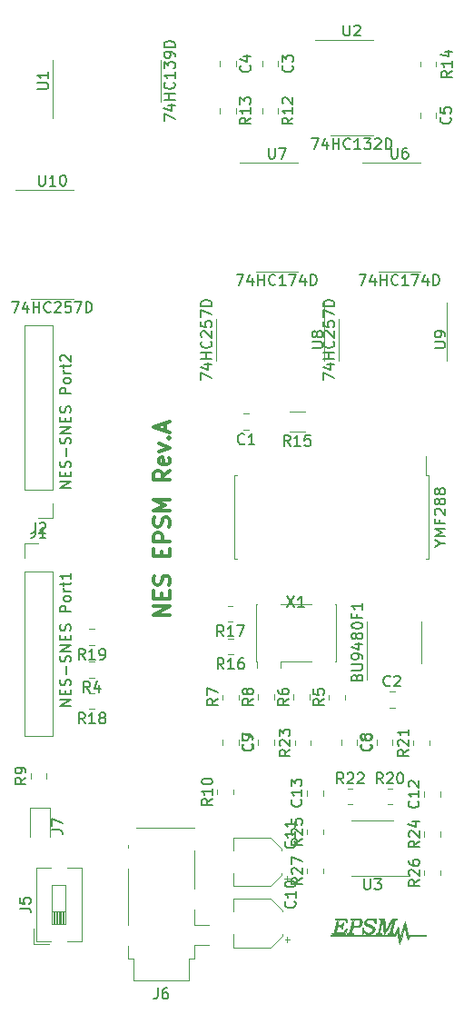
<source format=gbr>
%TF.GenerationSoftware,KiCad,Pcbnew,(5.1.10)-1*%
%TF.CreationDate,2021-06-12T16:54:01+02:00*%
%TF.ProjectId,Nes Sound Expansion,4e657320-536f-4756-9e64-20457870616e,rev?*%
%TF.SameCoordinates,Original*%
%TF.FileFunction,Legend,Top*%
%TF.FilePolarity,Positive*%
%FSLAX46Y46*%
G04 Gerber Fmt 4.6, Leading zero omitted, Abs format (unit mm)*
G04 Created by KiCad (PCBNEW (5.1.10)-1) date 2021-06-12 16:54:01*
%MOMM*%
%LPD*%
G01*
G04 APERTURE LIST*
%ADD10C,0.300000*%
%ADD11C,0.120000*%
%ADD12C,0.010000*%
%ADD13C,0.150000*%
G04 APERTURE END LIST*
D10*
X111295571Y-91732571D02*
X109795571Y-91732571D01*
X111295571Y-90875428D01*
X109795571Y-90875428D01*
X110509857Y-90161142D02*
X110509857Y-89661142D01*
X111295571Y-89446857D02*
X111295571Y-90161142D01*
X109795571Y-90161142D01*
X109795571Y-89446857D01*
X111224142Y-88875428D02*
X111295571Y-88661142D01*
X111295571Y-88304000D01*
X111224142Y-88161142D01*
X111152714Y-88089714D01*
X111009857Y-88018285D01*
X110867000Y-88018285D01*
X110724142Y-88089714D01*
X110652714Y-88161142D01*
X110581285Y-88304000D01*
X110509857Y-88589714D01*
X110438428Y-88732571D01*
X110367000Y-88804000D01*
X110224142Y-88875428D01*
X110081285Y-88875428D01*
X109938428Y-88804000D01*
X109867000Y-88732571D01*
X109795571Y-88589714D01*
X109795571Y-88232571D01*
X109867000Y-88018285D01*
X110509857Y-86232571D02*
X110509857Y-85732571D01*
X111295571Y-85518285D02*
X111295571Y-86232571D01*
X109795571Y-86232571D01*
X109795571Y-85518285D01*
X111295571Y-84875428D02*
X109795571Y-84875428D01*
X109795571Y-84304000D01*
X109867000Y-84161142D01*
X109938428Y-84089714D01*
X110081285Y-84018285D01*
X110295571Y-84018285D01*
X110438428Y-84089714D01*
X110509857Y-84161142D01*
X110581285Y-84304000D01*
X110581285Y-84875428D01*
X111224142Y-83446857D02*
X111295571Y-83232571D01*
X111295571Y-82875428D01*
X111224142Y-82732571D01*
X111152714Y-82661142D01*
X111009857Y-82589714D01*
X110867000Y-82589714D01*
X110724142Y-82661142D01*
X110652714Y-82732571D01*
X110581285Y-82875428D01*
X110509857Y-83161142D01*
X110438428Y-83304000D01*
X110367000Y-83375428D01*
X110224142Y-83446857D01*
X110081285Y-83446857D01*
X109938428Y-83375428D01*
X109867000Y-83304000D01*
X109795571Y-83161142D01*
X109795571Y-82804000D01*
X109867000Y-82589714D01*
X111295571Y-81946857D02*
X109795571Y-81946857D01*
X110867000Y-81446857D01*
X109795571Y-80946857D01*
X111295571Y-80946857D01*
X111295571Y-78232571D02*
X110581285Y-78732571D01*
X111295571Y-79089714D02*
X109795571Y-79089714D01*
X109795571Y-78518285D01*
X109867000Y-78375428D01*
X109938428Y-78304000D01*
X110081285Y-78232571D01*
X110295571Y-78232571D01*
X110438428Y-78304000D01*
X110509857Y-78375428D01*
X110581285Y-78518285D01*
X110581285Y-79089714D01*
X111224142Y-77018285D02*
X111295571Y-77161142D01*
X111295571Y-77446857D01*
X111224142Y-77589714D01*
X111081285Y-77661142D01*
X110509857Y-77661142D01*
X110367000Y-77589714D01*
X110295571Y-77446857D01*
X110295571Y-77161142D01*
X110367000Y-77018285D01*
X110509857Y-76946857D01*
X110652714Y-76946857D01*
X110795571Y-77661142D01*
X110295571Y-76446857D02*
X111295571Y-76089714D01*
X110295571Y-75732571D01*
X111152714Y-75161142D02*
X111224142Y-75089714D01*
X111295571Y-75161142D01*
X111224142Y-75232571D01*
X111152714Y-75161142D01*
X111295571Y-75161142D01*
X110867000Y-74518285D02*
X110867000Y-73804000D01*
X111295571Y-74661142D02*
X109795571Y-74161142D01*
X111295571Y-73661142D01*
D11*
%TO.C,X1*%
X126703000Y-90645000D02*
X126763000Y-90645000D01*
X126763000Y-90645000D02*
X126763000Y-96045000D01*
X126763000Y-96045000D02*
X126703000Y-96045000D01*
X121623000Y-90645000D02*
X124503000Y-90645000D01*
X119423000Y-96645000D02*
X119423000Y-96045000D01*
X119423000Y-96045000D02*
X119363000Y-96045000D01*
X119363000Y-96045000D02*
X119363000Y-90645000D01*
X119363000Y-90645000D02*
X119423000Y-90645000D01*
X124503000Y-96045000D02*
X121623000Y-96045000D01*
X121623000Y-96045000D02*
X121623000Y-96645000D01*
%TO.C,R23*%
X124433000Y-103835564D02*
X124433000Y-103381436D01*
X122963000Y-103835564D02*
X122963000Y-103381436D01*
%TO.C,C9*%
X119534000Y-103832252D02*
X119534000Y-103309748D01*
X121004000Y-103832252D02*
X121004000Y-103309748D01*
D12*
%TO.C,G\u002A\u002A\u002A*%
G36*
X130998960Y-119955098D02*
G01*
X131037441Y-119956076D01*
X131264882Y-119962084D01*
X131321654Y-120519700D01*
X131337068Y-120668529D01*
X131351495Y-120802989D01*
X131364294Y-120917492D01*
X131374825Y-121006451D01*
X131382448Y-121064281D01*
X131386456Y-121085346D01*
X131398351Y-121069626D01*
X131428212Y-121021280D01*
X131473479Y-120944708D01*
X131531593Y-120844309D01*
X131599996Y-120724482D01*
X131676127Y-120589626D01*
X131710818Y-120527729D01*
X132027150Y-119962084D01*
X132257207Y-119956050D01*
X132358433Y-119954007D01*
X132424077Y-119954821D01*
X132460842Y-119959361D01*
X132475433Y-119968500D01*
X132474554Y-119983109D01*
X132474132Y-119984239D01*
X132462755Y-120018332D01*
X132461000Y-120027315D01*
X132442372Y-120033185D01*
X132396616Y-120036097D01*
X132387404Y-120036167D01*
X132322762Y-120047498D01*
X132282851Y-120083792D01*
X132268479Y-120119513D01*
X132247416Y-120189700D01*
X132221269Y-120287305D01*
X132191645Y-120405281D01*
X132160151Y-120536582D01*
X132128393Y-120674160D01*
X132097979Y-120810969D01*
X132070516Y-120939962D01*
X132047609Y-121054091D01*
X132030867Y-121146310D01*
X132021896Y-121209572D01*
X132021016Y-121232084D01*
X132031603Y-121277160D01*
X132061006Y-121296822D01*
X132095875Y-121302216D01*
X132146061Y-121314130D01*
X132164086Y-121340809D01*
X132164666Y-121349841D01*
X132162129Y-121366271D01*
X132150130Y-121377613D01*
X132122087Y-121384804D01*
X132071420Y-121388780D01*
X131991547Y-121390477D01*
X131876652Y-121390834D01*
X131760814Y-121390332D01*
X131681246Y-121388336D01*
X131631888Y-121384108D01*
X131606683Y-121376912D01*
X131599574Y-121366009D01*
X131601485Y-121357352D01*
X131612692Y-121323610D01*
X131614333Y-121315019D01*
X131632910Y-121309058D01*
X131678320Y-121306208D01*
X131685136Y-121306167D01*
X131748326Y-121294492D01*
X131789768Y-121268786D01*
X131801172Y-121241715D01*
X131819945Y-121180700D01*
X131844536Y-121092163D01*
X131873393Y-120982524D01*
X131904963Y-120858206D01*
X131937695Y-120725630D01*
X131970038Y-120591216D01*
X132000439Y-120461387D01*
X132027346Y-120342565D01*
X132049208Y-120241170D01*
X132064473Y-120163623D01*
X132071589Y-120116347D01*
X132071054Y-120104832D01*
X132059475Y-120120938D01*
X132029764Y-120169922D01*
X131984308Y-120247634D01*
X131925495Y-120349925D01*
X131855714Y-120472646D01*
X131777352Y-120611647D01*
X131706070Y-120738982D01*
X131604867Y-120919385D01*
X131521677Y-121065388D01*
X131454646Y-121179973D01*
X131401919Y-121266123D01*
X131361642Y-121326819D01*
X131331959Y-121365042D01*
X131311017Y-121383775D01*
X131303171Y-121386776D01*
X131260969Y-121377460D01*
X131247591Y-121355026D01*
X131242877Y-121324719D01*
X131234759Y-121257969D01*
X131223856Y-121160473D01*
X131210786Y-121037932D01*
X131196166Y-120896042D01*
X131180615Y-120740503D01*
X131177443Y-120708209D01*
X131161850Y-120552947D01*
X131146985Y-120412303D01*
X131133462Y-120291525D01*
X131121894Y-120195866D01*
X131112898Y-120130576D01*
X131107087Y-120100905D01*
X131106223Y-120099667D01*
X131097537Y-120119344D01*
X131081925Y-120174076D01*
X131060801Y-120257413D01*
X131035580Y-120362906D01*
X131007674Y-120484105D01*
X130978497Y-120614562D01*
X130949462Y-120747827D01*
X130921983Y-120877451D01*
X130897474Y-120996984D01*
X130877347Y-121099977D01*
X130863017Y-121179980D01*
X130855896Y-121230545D01*
X130855555Y-121243400D01*
X130868379Y-121279736D01*
X130901794Y-121296894D01*
X130940011Y-121302017D01*
X130990595Y-121309944D01*
X131008566Y-121326655D01*
X131006334Y-121349642D01*
X130998594Y-121367104D01*
X130981340Y-121378807D01*
X130947263Y-121385887D01*
X130889057Y-121389483D01*
X130799413Y-121390733D01*
X130741766Y-121390834D01*
X130634200Y-121390237D01*
X130562577Y-121387856D01*
X130520517Y-121382805D01*
X130501639Y-121374196D01*
X130499564Y-121361144D01*
X130500818Y-121357352D01*
X130512025Y-121323610D01*
X130513666Y-121315019D01*
X130532244Y-121309058D01*
X130577653Y-121306208D01*
X130584469Y-121306167D01*
X130649508Y-121293761D01*
X130690001Y-121267792D01*
X130705207Y-121235568D01*
X130726950Y-121168717D01*
X130753633Y-121074152D01*
X130783659Y-120958791D01*
X130815432Y-120829550D01*
X130847354Y-120693344D01*
X130877830Y-120557091D01*
X130905262Y-120427705D01*
X130928055Y-120312103D01*
X130944610Y-120217201D01*
X130953332Y-120149916D01*
X130954032Y-120124108D01*
X130945695Y-120072175D01*
X130924229Y-120048739D01*
X130878791Y-120040117D01*
X130828805Y-120028367D01*
X130810689Y-120001897D01*
X130810000Y-119991776D01*
X130812624Y-119973426D01*
X130825430Y-119961745D01*
X130855821Y-119955571D01*
X130911197Y-119953742D01*
X130998960Y-119955098D01*
G37*
X130998960Y-119955098D02*
X131037441Y-119956076D01*
X131264882Y-119962084D01*
X131321654Y-120519700D01*
X131337068Y-120668529D01*
X131351495Y-120802989D01*
X131364294Y-120917492D01*
X131374825Y-121006451D01*
X131382448Y-121064281D01*
X131386456Y-121085346D01*
X131398351Y-121069626D01*
X131428212Y-121021280D01*
X131473479Y-120944708D01*
X131531593Y-120844309D01*
X131599996Y-120724482D01*
X131676127Y-120589626D01*
X131710818Y-120527729D01*
X132027150Y-119962084D01*
X132257207Y-119956050D01*
X132358433Y-119954007D01*
X132424077Y-119954821D01*
X132460842Y-119959361D01*
X132475433Y-119968500D01*
X132474554Y-119983109D01*
X132474132Y-119984239D01*
X132462755Y-120018332D01*
X132461000Y-120027315D01*
X132442372Y-120033185D01*
X132396616Y-120036097D01*
X132387404Y-120036167D01*
X132322762Y-120047498D01*
X132282851Y-120083792D01*
X132268479Y-120119513D01*
X132247416Y-120189700D01*
X132221269Y-120287305D01*
X132191645Y-120405281D01*
X132160151Y-120536582D01*
X132128393Y-120674160D01*
X132097979Y-120810969D01*
X132070516Y-120939962D01*
X132047609Y-121054091D01*
X132030867Y-121146310D01*
X132021896Y-121209572D01*
X132021016Y-121232084D01*
X132031603Y-121277160D01*
X132061006Y-121296822D01*
X132095875Y-121302216D01*
X132146061Y-121314130D01*
X132164086Y-121340809D01*
X132164666Y-121349841D01*
X132162129Y-121366271D01*
X132150130Y-121377613D01*
X132122087Y-121384804D01*
X132071420Y-121388780D01*
X131991547Y-121390477D01*
X131876652Y-121390834D01*
X131760814Y-121390332D01*
X131681246Y-121388336D01*
X131631888Y-121384108D01*
X131606683Y-121376912D01*
X131599574Y-121366009D01*
X131601485Y-121357352D01*
X131612692Y-121323610D01*
X131614333Y-121315019D01*
X131632910Y-121309058D01*
X131678320Y-121306208D01*
X131685136Y-121306167D01*
X131748326Y-121294492D01*
X131789768Y-121268786D01*
X131801172Y-121241715D01*
X131819945Y-121180700D01*
X131844536Y-121092163D01*
X131873393Y-120982524D01*
X131904963Y-120858206D01*
X131937695Y-120725630D01*
X131970038Y-120591216D01*
X132000439Y-120461387D01*
X132027346Y-120342565D01*
X132049208Y-120241170D01*
X132064473Y-120163623D01*
X132071589Y-120116347D01*
X132071054Y-120104832D01*
X132059475Y-120120938D01*
X132029764Y-120169922D01*
X131984308Y-120247634D01*
X131925495Y-120349925D01*
X131855714Y-120472646D01*
X131777352Y-120611647D01*
X131706070Y-120738982D01*
X131604867Y-120919385D01*
X131521677Y-121065388D01*
X131454646Y-121179973D01*
X131401919Y-121266123D01*
X131361642Y-121326819D01*
X131331959Y-121365042D01*
X131311017Y-121383775D01*
X131303171Y-121386776D01*
X131260969Y-121377460D01*
X131247591Y-121355026D01*
X131242877Y-121324719D01*
X131234759Y-121257969D01*
X131223856Y-121160473D01*
X131210786Y-121037932D01*
X131196166Y-120896042D01*
X131180615Y-120740503D01*
X131177443Y-120708209D01*
X131161850Y-120552947D01*
X131146985Y-120412303D01*
X131133462Y-120291525D01*
X131121894Y-120195866D01*
X131112898Y-120130576D01*
X131107087Y-120100905D01*
X131106223Y-120099667D01*
X131097537Y-120119344D01*
X131081925Y-120174076D01*
X131060801Y-120257413D01*
X131035580Y-120362906D01*
X131007674Y-120484105D01*
X130978497Y-120614562D01*
X130949462Y-120747827D01*
X130921983Y-120877451D01*
X130897474Y-120996984D01*
X130877347Y-121099977D01*
X130863017Y-121179980D01*
X130855896Y-121230545D01*
X130855555Y-121243400D01*
X130868379Y-121279736D01*
X130901794Y-121296894D01*
X130940011Y-121302017D01*
X130990595Y-121309944D01*
X131008566Y-121326655D01*
X131006334Y-121349642D01*
X130998594Y-121367104D01*
X130981340Y-121378807D01*
X130947263Y-121385887D01*
X130889057Y-121389483D01*
X130799413Y-121390733D01*
X130741766Y-121390834D01*
X130634200Y-121390237D01*
X130562577Y-121387856D01*
X130520517Y-121382805D01*
X130501639Y-121374196D01*
X130499564Y-121361144D01*
X130500818Y-121357352D01*
X130512025Y-121323610D01*
X130513666Y-121315019D01*
X130532244Y-121309058D01*
X130577653Y-121306208D01*
X130584469Y-121306167D01*
X130649508Y-121293761D01*
X130690001Y-121267792D01*
X130705207Y-121235568D01*
X130726950Y-121168717D01*
X130753633Y-121074152D01*
X130783659Y-120958791D01*
X130815432Y-120829550D01*
X130847354Y-120693344D01*
X130877830Y-120557091D01*
X130905262Y-120427705D01*
X130928055Y-120312103D01*
X130944610Y-120217201D01*
X130953332Y-120149916D01*
X130954032Y-120124108D01*
X130945695Y-120072175D01*
X130924229Y-120048739D01*
X130878791Y-120040117D01*
X130828805Y-120028367D01*
X130810689Y-120001897D01*
X130810000Y-119991776D01*
X130812624Y-119973426D01*
X130825430Y-119961745D01*
X130855821Y-119955571D01*
X130911197Y-119953742D01*
X130998960Y-119955098D01*
G36*
X128690146Y-119953978D02*
G01*
X128835073Y-119962017D01*
X128947949Y-119977370D01*
X129033818Y-120001671D01*
X129097725Y-120036556D01*
X129144713Y-120083659D01*
X129179829Y-120144614D01*
X129191638Y-120173130D01*
X129214963Y-120290281D01*
X129201257Y-120410496D01*
X129154196Y-120525219D01*
X129077456Y-120625895D01*
X128974714Y-120703972D01*
X128960152Y-120711754D01*
X128909703Y-120734984D01*
X128858758Y-120750993D01*
X128796923Y-120761539D01*
X128713803Y-120768379D01*
X128599004Y-120773271D01*
X128595649Y-120773383D01*
X128483885Y-120777922D01*
X128407700Y-120783482D01*
X128360338Y-120791142D01*
X128335044Y-120801980D01*
X128325197Y-120816576D01*
X128316498Y-120851521D01*
X128301087Y-120916623D01*
X128281582Y-121000746D01*
X128270598Y-121048720D01*
X128248564Y-121156084D01*
X128241166Y-121229335D01*
X128249968Y-121274625D01*
X128276536Y-121298108D01*
X128322435Y-121305934D01*
X128336091Y-121306167D01*
X128381400Y-121313464D01*
X128396638Y-121340209D01*
X128397000Y-121348500D01*
X128394750Y-121365454D01*
X128383605Y-121377156D01*
X128356965Y-121384575D01*
X128308235Y-121388681D01*
X128230816Y-121390444D01*
X128118112Y-121390833D01*
X128108985Y-121390834D01*
X127993148Y-121390332D01*
X127913579Y-121388336D01*
X127864221Y-121384108D01*
X127839017Y-121376912D01*
X127831907Y-121366009D01*
X127833818Y-121357352D01*
X127845025Y-121323610D01*
X127846666Y-121315019D01*
X127864873Y-121308420D01*
X127900974Y-121306167D01*
X127980804Y-121290634D01*
X128034347Y-121242459D01*
X128055776Y-121195204D01*
X128073626Y-121132303D01*
X128096630Y-121040906D01*
X128123277Y-120928117D01*
X128152055Y-120801038D01*
X128179422Y-120676043D01*
X128352636Y-120676043D01*
X128572808Y-120667893D01*
X128674676Y-120663176D01*
X128744765Y-120656456D01*
X128793630Y-120645412D01*
X128831823Y-120627722D01*
X128867178Y-120603150D01*
X128950930Y-120514038D01*
X128999083Y-120403123D01*
X129010833Y-120303177D01*
X129003465Y-120227956D01*
X128975437Y-120169482D01*
X128949113Y-120137042D01*
X128918766Y-120104712D01*
X128890881Y-120084461D01*
X128854894Y-120073462D01*
X128800243Y-120068892D01*
X128716366Y-120067926D01*
X128690627Y-120067917D01*
X128493860Y-120067917D01*
X128438856Y-120311334D01*
X128415566Y-120413697D01*
X128394212Y-120506279D01*
X128377341Y-120578120D01*
X128368244Y-120615397D01*
X128352636Y-120676043D01*
X128179422Y-120676043D01*
X128181453Y-120666771D01*
X128209960Y-120532421D01*
X128236064Y-120405090D01*
X128258253Y-120291880D01*
X128275015Y-120199894D01*
X128284840Y-120136236D01*
X128286668Y-120110250D01*
X128276065Y-120065172D01*
X128246647Y-120045509D01*
X128211791Y-120040117D01*
X128161605Y-120028204D01*
X128143580Y-120001525D01*
X128143000Y-119992492D01*
X128145137Y-119977642D01*
X128155457Y-119966889D01*
X128179816Y-119959577D01*
X128224076Y-119955052D01*
X128294093Y-119952656D01*
X128395727Y-119951734D01*
X128508125Y-119951618D01*
X128690146Y-119953978D01*
G37*
X128690146Y-119953978D02*
X128835073Y-119962017D01*
X128947949Y-119977370D01*
X129033818Y-120001671D01*
X129097725Y-120036556D01*
X129144713Y-120083659D01*
X129179829Y-120144614D01*
X129191638Y-120173130D01*
X129214963Y-120290281D01*
X129201257Y-120410496D01*
X129154196Y-120525219D01*
X129077456Y-120625895D01*
X128974714Y-120703972D01*
X128960152Y-120711754D01*
X128909703Y-120734984D01*
X128858758Y-120750993D01*
X128796923Y-120761539D01*
X128713803Y-120768379D01*
X128599004Y-120773271D01*
X128595649Y-120773383D01*
X128483885Y-120777922D01*
X128407700Y-120783482D01*
X128360338Y-120791142D01*
X128335044Y-120801980D01*
X128325197Y-120816576D01*
X128316498Y-120851521D01*
X128301087Y-120916623D01*
X128281582Y-121000746D01*
X128270598Y-121048720D01*
X128248564Y-121156084D01*
X128241166Y-121229335D01*
X128249968Y-121274625D01*
X128276536Y-121298108D01*
X128322435Y-121305934D01*
X128336091Y-121306167D01*
X128381400Y-121313464D01*
X128396638Y-121340209D01*
X128397000Y-121348500D01*
X128394750Y-121365454D01*
X128383605Y-121377156D01*
X128356965Y-121384575D01*
X128308235Y-121388681D01*
X128230816Y-121390444D01*
X128118112Y-121390833D01*
X128108985Y-121390834D01*
X127993148Y-121390332D01*
X127913579Y-121388336D01*
X127864221Y-121384108D01*
X127839017Y-121376912D01*
X127831907Y-121366009D01*
X127833818Y-121357352D01*
X127845025Y-121323610D01*
X127846666Y-121315019D01*
X127864873Y-121308420D01*
X127900974Y-121306167D01*
X127980804Y-121290634D01*
X128034347Y-121242459D01*
X128055776Y-121195204D01*
X128073626Y-121132303D01*
X128096630Y-121040906D01*
X128123277Y-120928117D01*
X128152055Y-120801038D01*
X128179422Y-120676043D01*
X128352636Y-120676043D01*
X128572808Y-120667893D01*
X128674676Y-120663176D01*
X128744765Y-120656456D01*
X128793630Y-120645412D01*
X128831823Y-120627722D01*
X128867178Y-120603150D01*
X128950930Y-120514038D01*
X128999083Y-120403123D01*
X129010833Y-120303177D01*
X129003465Y-120227956D01*
X128975437Y-120169482D01*
X128949113Y-120137042D01*
X128918766Y-120104712D01*
X128890881Y-120084461D01*
X128854894Y-120073462D01*
X128800243Y-120068892D01*
X128716366Y-120067926D01*
X128690627Y-120067917D01*
X128493860Y-120067917D01*
X128438856Y-120311334D01*
X128415566Y-120413697D01*
X128394212Y-120506279D01*
X128377341Y-120578120D01*
X128368244Y-120615397D01*
X128352636Y-120676043D01*
X128179422Y-120676043D01*
X128181453Y-120666771D01*
X128209960Y-120532421D01*
X128236064Y-120405090D01*
X128258253Y-120291880D01*
X128275015Y-120199894D01*
X128284840Y-120136236D01*
X128286668Y-120110250D01*
X128276065Y-120065172D01*
X128246647Y-120045509D01*
X128211791Y-120040117D01*
X128161605Y-120028204D01*
X128143580Y-120001525D01*
X128143000Y-119992492D01*
X128145137Y-119977642D01*
X128155457Y-119966889D01*
X128179816Y-119959577D01*
X128224076Y-119955052D01*
X128294093Y-119952656D01*
X128395727Y-119951734D01*
X128508125Y-119951618D01*
X128690146Y-119953978D01*
G36*
X127006643Y-119954312D02*
G01*
X127151785Y-119955622D01*
X127226903Y-119956422D01*
X127750140Y-119962084D01*
X127805877Y-120142000D01*
X127833119Y-120237084D01*
X127844184Y-120299308D01*
X127838703Y-120335086D01*
X127816306Y-120350830D01*
X127793713Y-120353343D01*
X127772513Y-120336367D01*
X127741560Y-120292607D01*
X127721908Y-120258281D01*
X127674832Y-120183188D01*
X127620902Y-120130232D01*
X127552076Y-120095905D01*
X127460312Y-120076695D01*
X127337568Y-120069093D01*
X127287138Y-120068529D01*
X127054666Y-120067917D01*
X126996569Y-120321917D01*
X126974188Y-120420656D01*
X126955640Y-120504178D01*
X126942794Y-120563946D01*
X126937517Y-120591424D01*
X126937486Y-120591792D01*
X126955553Y-120602029D01*
X127003344Y-120606282D01*
X127068743Y-120605035D01*
X127139639Y-120598771D01*
X127203916Y-120587973D01*
X127232833Y-120580014D01*
X127287957Y-120551122D01*
X127331198Y-120500591D01*
X127356787Y-120454209D01*
X127400371Y-120383266D01*
X127439866Y-120354393D01*
X127446745Y-120353667D01*
X127479963Y-120357515D01*
X127486833Y-120362373D01*
X127482346Y-120385259D01*
X127470177Y-120440674D01*
X127452266Y-120519924D01*
X127433750Y-120600498D01*
X127411114Y-120698403D01*
X127391137Y-120784947D01*
X127376293Y-120849400D01*
X127369847Y-120877542D01*
X127344450Y-120917338D01*
X127317096Y-120925167D01*
X127289482Y-120917808D01*
X127277393Y-120888356D01*
X127275166Y-120841700D01*
X127264984Y-120772857D01*
X127230943Y-120727361D01*
X127167796Y-120701740D01*
X127070301Y-120692520D01*
X127049633Y-120692334D01*
X126974187Y-120694578D01*
X126931179Y-120702998D01*
X126910873Y-120720124D01*
X126907102Y-120729375D01*
X126888511Y-120798073D01*
X126867803Y-120884903D01*
X126846871Y-120980439D01*
X126827607Y-121075257D01*
X126811904Y-121159934D01*
X126801655Y-121225043D01*
X126798752Y-121261160D01*
X126799570Y-121264891D01*
X126826172Y-121274755D01*
X126884960Y-121281162D01*
X126965934Y-121284162D01*
X127059091Y-121283804D01*
X127154431Y-121280140D01*
X127241952Y-121273218D01*
X127311653Y-121263090D01*
X127315386Y-121262309D01*
X127447487Y-121212801D01*
X127565678Y-121125800D01*
X127661314Y-121010185D01*
X127702301Y-120948755D01*
X127728637Y-120916796D01*
X127748737Y-120908280D01*
X127771016Y-120917181D01*
X127781813Y-120923882D01*
X127792265Y-120938465D01*
X127790686Y-120966487D01*
X127775112Y-121014380D01*
X127743579Y-121088573D01*
X127707729Y-121166516D01*
X127603250Y-121389915D01*
X126992443Y-121390374D01*
X126814927Y-121390319D01*
X126675408Y-121389695D01*
X126569553Y-121388263D01*
X126493026Y-121385785D01*
X126441494Y-121382020D01*
X126410621Y-121376729D01*
X126396074Y-121369674D01*
X126393517Y-121360613D01*
X126394485Y-121357352D01*
X126405692Y-121323610D01*
X126407333Y-121315019D01*
X126425960Y-121309149D01*
X126471717Y-121306236D01*
X126480928Y-121306167D01*
X126545399Y-121294911D01*
X126586267Y-121257721D01*
X126599274Y-121224530D01*
X126619347Y-121156864D01*
X126644861Y-121061680D01*
X126674189Y-120945934D01*
X126705707Y-120816583D01*
X126737790Y-120680585D01*
X126768814Y-120544895D01*
X126797152Y-120416471D01*
X126821181Y-120302269D01*
X126839275Y-120209246D01*
X126849809Y-120144359D01*
X126851833Y-120120807D01*
X126838094Y-120068045D01*
X126794181Y-120041219D01*
X126744268Y-120036167D01*
X126710186Y-120020414D01*
X126703666Y-119993464D01*
X126704937Y-119980259D01*
X126712026Y-119970171D01*
X126729843Y-119962852D01*
X126763302Y-119957954D01*
X126817313Y-119955130D01*
X126896790Y-119954032D01*
X127006643Y-119954312D01*
G37*
X127006643Y-119954312D02*
X127151785Y-119955622D01*
X127226903Y-119956422D01*
X127750140Y-119962084D01*
X127805877Y-120142000D01*
X127833119Y-120237084D01*
X127844184Y-120299308D01*
X127838703Y-120335086D01*
X127816306Y-120350830D01*
X127793713Y-120353343D01*
X127772513Y-120336367D01*
X127741560Y-120292607D01*
X127721908Y-120258281D01*
X127674832Y-120183188D01*
X127620902Y-120130232D01*
X127552076Y-120095905D01*
X127460312Y-120076695D01*
X127337568Y-120069093D01*
X127287138Y-120068529D01*
X127054666Y-120067917D01*
X126996569Y-120321917D01*
X126974188Y-120420656D01*
X126955640Y-120504178D01*
X126942794Y-120563946D01*
X126937517Y-120591424D01*
X126937486Y-120591792D01*
X126955553Y-120602029D01*
X127003344Y-120606282D01*
X127068743Y-120605035D01*
X127139639Y-120598771D01*
X127203916Y-120587973D01*
X127232833Y-120580014D01*
X127287957Y-120551122D01*
X127331198Y-120500591D01*
X127356787Y-120454209D01*
X127400371Y-120383266D01*
X127439866Y-120354393D01*
X127446745Y-120353667D01*
X127479963Y-120357515D01*
X127486833Y-120362373D01*
X127482346Y-120385259D01*
X127470177Y-120440674D01*
X127452266Y-120519924D01*
X127433750Y-120600498D01*
X127411114Y-120698403D01*
X127391137Y-120784947D01*
X127376293Y-120849400D01*
X127369847Y-120877542D01*
X127344450Y-120917338D01*
X127317096Y-120925167D01*
X127289482Y-120917808D01*
X127277393Y-120888356D01*
X127275166Y-120841700D01*
X127264984Y-120772857D01*
X127230943Y-120727361D01*
X127167796Y-120701740D01*
X127070301Y-120692520D01*
X127049633Y-120692334D01*
X126974187Y-120694578D01*
X126931179Y-120702998D01*
X126910873Y-120720124D01*
X126907102Y-120729375D01*
X126888511Y-120798073D01*
X126867803Y-120884903D01*
X126846871Y-120980439D01*
X126827607Y-121075257D01*
X126811904Y-121159934D01*
X126801655Y-121225043D01*
X126798752Y-121261160D01*
X126799570Y-121264891D01*
X126826172Y-121274755D01*
X126884960Y-121281162D01*
X126965934Y-121284162D01*
X127059091Y-121283804D01*
X127154431Y-121280140D01*
X127241952Y-121273218D01*
X127311653Y-121263090D01*
X127315386Y-121262309D01*
X127447487Y-121212801D01*
X127565678Y-121125800D01*
X127661314Y-121010185D01*
X127702301Y-120948755D01*
X127728637Y-120916796D01*
X127748737Y-120908280D01*
X127771016Y-120917181D01*
X127781813Y-120923882D01*
X127792265Y-120938465D01*
X127790686Y-120966487D01*
X127775112Y-121014380D01*
X127743579Y-121088573D01*
X127707729Y-121166516D01*
X127603250Y-121389915D01*
X126992443Y-121390374D01*
X126814927Y-121390319D01*
X126675408Y-121389695D01*
X126569553Y-121388263D01*
X126493026Y-121385785D01*
X126441494Y-121382020D01*
X126410621Y-121376729D01*
X126396074Y-121369674D01*
X126393517Y-121360613D01*
X126394485Y-121357352D01*
X126405692Y-121323610D01*
X126407333Y-121315019D01*
X126425960Y-121309149D01*
X126471717Y-121306236D01*
X126480928Y-121306167D01*
X126545399Y-121294911D01*
X126586267Y-121257721D01*
X126599274Y-121224530D01*
X126619347Y-121156864D01*
X126644861Y-121061680D01*
X126674189Y-120945934D01*
X126705707Y-120816583D01*
X126737790Y-120680585D01*
X126768814Y-120544895D01*
X126797152Y-120416471D01*
X126821181Y-120302269D01*
X126839275Y-120209246D01*
X126849809Y-120144359D01*
X126851833Y-120120807D01*
X126838094Y-120068045D01*
X126794181Y-120041219D01*
X126744268Y-120036167D01*
X126710186Y-120020414D01*
X126703666Y-119993464D01*
X126704937Y-119980259D01*
X126712026Y-119970171D01*
X126729843Y-119962852D01*
X126763302Y-119957954D01*
X126817313Y-119955130D01*
X126896790Y-119954032D01*
X127006643Y-119954312D01*
G36*
X130049470Y-119945327D02*
G01*
X130121224Y-119955980D01*
X130185211Y-119977652D01*
X130235313Y-120001695D01*
X130295888Y-120031527D01*
X130339126Y-120050076D01*
X130354154Y-120053465D01*
X130367094Y-120031682D01*
X130384544Y-119999125D01*
X130418595Y-119962553D01*
X130450911Y-119951500D01*
X130469475Y-119954453D01*
X130481515Y-119968291D01*
X130488432Y-120000487D01*
X130491622Y-120058512D01*
X130492484Y-120149837D01*
X130492500Y-120173750D01*
X130492131Y-120272660D01*
X130489922Y-120336774D01*
X130484215Y-120373632D01*
X130473353Y-120390772D01*
X130455681Y-120395732D01*
X130443656Y-120396000D01*
X130404932Y-120384052D01*
X130372552Y-120342550D01*
X130357698Y-120311878D01*
X130304947Y-120228905D01*
X130227414Y-120149776D01*
X130139409Y-120087175D01*
X130070549Y-120057367D01*
X129951514Y-120038496D01*
X129838165Y-120046157D01*
X129737538Y-120077139D01*
X129656669Y-120128235D01*
X129602593Y-120196236D01*
X129582345Y-120277931D01*
X129582333Y-120280046D01*
X129598326Y-120353744D01*
X129648266Y-120417994D01*
X129735094Y-120475558D01*
X129838765Y-120520793D01*
X130010328Y-120588582D01*
X130144718Y-120650169D01*
X130246097Y-120708486D01*
X130318629Y-120766464D01*
X130366478Y-120827033D01*
X130393805Y-120893126D01*
X130398732Y-120915044D01*
X130397440Y-121016075D01*
X130361003Y-121119874D01*
X130295033Y-121217767D01*
X130205142Y-121301079D01*
X130115041Y-121353542D01*
X130001811Y-121388129D01*
X129869831Y-121404266D01*
X129737137Y-121401172D01*
X129621767Y-121378067D01*
X129613640Y-121375264D01*
X129537128Y-121343146D01*
X129465721Y-121305731D01*
X129440833Y-121289747D01*
X129374301Y-121242372D01*
X129328424Y-121316603D01*
X129292098Y-121363351D01*
X129257647Y-121389096D01*
X129249462Y-121390834D01*
X129232244Y-121384826D01*
X129224398Y-121361017D01*
X129224735Y-121310725D01*
X129229872Y-121247959D01*
X129237283Y-121149751D01*
X129242248Y-121046280D01*
X129243516Y-120983375D01*
X129245000Y-120914683D01*
X129251921Y-120878226D01*
X129268310Y-120863926D01*
X129292193Y-120861667D01*
X129324981Y-120869468D01*
X129347494Y-120899660D01*
X129366138Y-120956702D01*
X129409854Y-121054746D01*
X129482344Y-121150277D01*
X129571588Y-121229453D01*
X129635250Y-121266677D01*
X129750787Y-121299262D01*
X129878719Y-121303181D01*
X130000543Y-121278649D01*
X130041234Y-121261985D01*
X130136807Y-121201781D01*
X130194105Y-121130146D01*
X130216674Y-121042243D01*
X130217333Y-121021554D01*
X130212331Y-120964948D01*
X130194251Y-120916511D01*
X130158482Y-120872865D01*
X130100411Y-120830635D01*
X130015427Y-120786446D01*
X129898919Y-120736921D01*
X129751666Y-120680680D01*
X129623478Y-120622660D01*
X129527918Y-120556782D01*
X129515297Y-120544930D01*
X129445706Y-120451411D01*
X129415843Y-120352325D01*
X129424422Y-120252596D01*
X129470158Y-120157147D01*
X129551764Y-120070901D01*
X129656416Y-120004417D01*
X129729816Y-119970769D01*
X129793207Y-119951676D01*
X129864435Y-119943381D01*
X129952750Y-119942064D01*
X130049470Y-119945327D01*
G37*
X130049470Y-119945327D02*
X130121224Y-119955980D01*
X130185211Y-119977652D01*
X130235313Y-120001695D01*
X130295888Y-120031527D01*
X130339126Y-120050076D01*
X130354154Y-120053465D01*
X130367094Y-120031682D01*
X130384544Y-119999125D01*
X130418595Y-119962553D01*
X130450911Y-119951500D01*
X130469475Y-119954453D01*
X130481515Y-119968291D01*
X130488432Y-120000487D01*
X130491622Y-120058512D01*
X130492484Y-120149837D01*
X130492500Y-120173750D01*
X130492131Y-120272660D01*
X130489922Y-120336774D01*
X130484215Y-120373632D01*
X130473353Y-120390772D01*
X130455681Y-120395732D01*
X130443656Y-120396000D01*
X130404932Y-120384052D01*
X130372552Y-120342550D01*
X130357698Y-120311878D01*
X130304947Y-120228905D01*
X130227414Y-120149776D01*
X130139409Y-120087175D01*
X130070549Y-120057367D01*
X129951514Y-120038496D01*
X129838165Y-120046157D01*
X129737538Y-120077139D01*
X129656669Y-120128235D01*
X129602593Y-120196236D01*
X129582345Y-120277931D01*
X129582333Y-120280046D01*
X129598326Y-120353744D01*
X129648266Y-120417994D01*
X129735094Y-120475558D01*
X129838765Y-120520793D01*
X130010328Y-120588582D01*
X130144718Y-120650169D01*
X130246097Y-120708486D01*
X130318629Y-120766464D01*
X130366478Y-120827033D01*
X130393805Y-120893126D01*
X130398732Y-120915044D01*
X130397440Y-121016075D01*
X130361003Y-121119874D01*
X130295033Y-121217767D01*
X130205142Y-121301079D01*
X130115041Y-121353542D01*
X130001811Y-121388129D01*
X129869831Y-121404266D01*
X129737137Y-121401172D01*
X129621767Y-121378067D01*
X129613640Y-121375264D01*
X129537128Y-121343146D01*
X129465721Y-121305731D01*
X129440833Y-121289747D01*
X129374301Y-121242372D01*
X129328424Y-121316603D01*
X129292098Y-121363351D01*
X129257647Y-121389096D01*
X129249462Y-121390834D01*
X129232244Y-121384826D01*
X129224398Y-121361017D01*
X129224735Y-121310725D01*
X129229872Y-121247959D01*
X129237283Y-121149751D01*
X129242248Y-121046280D01*
X129243516Y-120983375D01*
X129245000Y-120914683D01*
X129251921Y-120878226D01*
X129268310Y-120863926D01*
X129292193Y-120861667D01*
X129324981Y-120869468D01*
X129347494Y-120899660D01*
X129366138Y-120956702D01*
X129409854Y-121054746D01*
X129482344Y-121150277D01*
X129571588Y-121229453D01*
X129635250Y-121266677D01*
X129750787Y-121299262D01*
X129878719Y-121303181D01*
X130000543Y-121278649D01*
X130041234Y-121261985D01*
X130136807Y-121201781D01*
X130194105Y-121130146D01*
X130216674Y-121042243D01*
X130217333Y-121021554D01*
X130212331Y-120964948D01*
X130194251Y-120916511D01*
X130158482Y-120872865D01*
X130100411Y-120830635D01*
X130015427Y-120786446D01*
X129898919Y-120736921D01*
X129751666Y-120680680D01*
X129623478Y-120622660D01*
X129527918Y-120556782D01*
X129515297Y-120544930D01*
X129445706Y-120451411D01*
X129415843Y-120352325D01*
X129424422Y-120252596D01*
X129470158Y-120157147D01*
X129551764Y-120070901D01*
X129656416Y-120004417D01*
X129729816Y-119970769D01*
X129793207Y-119951676D01*
X129864435Y-119943381D01*
X129952750Y-119942064D01*
X130049470Y-119945327D01*
G36*
X133227471Y-120247253D02*
G01*
X133240985Y-120297557D01*
X133260167Y-120377795D01*
X133283795Y-120482161D01*
X133310646Y-120604847D01*
X133339497Y-120740047D01*
X133369128Y-120881954D01*
X133398316Y-121024759D01*
X133425838Y-121162657D01*
X133450472Y-121289839D01*
X133470997Y-121400500D01*
X133486189Y-121488831D01*
X133489083Y-121507216D01*
X133502057Y-121591849D01*
X133532538Y-121533674D01*
X133540318Y-121517865D01*
X133548109Y-121504819D01*
X133559668Y-121494409D01*
X133578756Y-121486508D01*
X133609131Y-121480990D01*
X133654554Y-121477726D01*
X133718784Y-121476592D01*
X133805580Y-121477459D01*
X133918702Y-121480200D01*
X134061910Y-121484689D01*
X134238962Y-121490800D01*
X134453618Y-121498404D01*
X134514166Y-121500544D01*
X134723056Y-121508514D01*
X134892378Y-121516252D01*
X135021835Y-121523678D01*
X135111126Y-121530716D01*
X135159953Y-121537288D01*
X135168018Y-121543316D01*
X135135020Y-121548723D01*
X135060661Y-121553431D01*
X134944642Y-121557363D01*
X134786664Y-121560440D01*
X134747000Y-121560985D01*
X134587882Y-121563569D01*
X134410816Y-121567327D01*
X134233145Y-121571835D01*
X134072215Y-121576675D01*
X134006569Y-121578970D01*
X133657722Y-121591917D01*
X133562490Y-121760820D01*
X133467257Y-121929723D01*
X133345928Y-121432737D01*
X133311798Y-121290762D01*
X133281314Y-121159797D01*
X133255903Y-121046315D01*
X133236992Y-120956791D01*
X133226009Y-120897698D01*
X133223799Y-120878791D01*
X133220086Y-120832005D01*
X133210194Y-120818026D01*
X133193359Y-120838401D01*
X133168815Y-120894677D01*
X133135796Y-120988401D01*
X133093537Y-121121119D01*
X133076858Y-121175629D01*
X133005059Y-121410218D01*
X132938692Y-121623254D01*
X132878562Y-121812354D01*
X132825473Y-121975131D01*
X132780232Y-122109201D01*
X132743642Y-122212178D01*
X132716509Y-122281676D01*
X132699638Y-122315312D01*
X132693833Y-122310698D01*
X132693833Y-122310691D01*
X132689951Y-122285774D01*
X132679712Y-122230668D01*
X132665221Y-122156661D01*
X132663217Y-122146649D01*
X132648381Y-122069222D01*
X132628896Y-121962538D01*
X132607004Y-121839112D01*
X132584944Y-121711456D01*
X132578758Y-121674976D01*
X132553056Y-121521223D01*
X132533516Y-121405590D01*
X132518427Y-121324606D01*
X132506075Y-121274795D01*
X132494749Y-121252685D01*
X132482735Y-121254802D01*
X132468322Y-121277673D01*
X132449797Y-121317825D01*
X132427308Y-121367781D01*
X132389864Y-121444115D01*
X132354852Y-121507798D01*
X132328984Y-121546751D01*
X132326081Y-121549943D01*
X132317781Y-121554353D01*
X132300806Y-121558338D01*
X132273149Y-121561920D01*
X132232805Y-121565118D01*
X132177770Y-121567953D01*
X132106038Y-121570447D01*
X132015603Y-121572621D01*
X131904462Y-121574495D01*
X131770607Y-121576089D01*
X131612035Y-121577426D01*
X131426741Y-121578525D01*
X131212718Y-121579408D01*
X130967962Y-121580096D01*
X130690467Y-121580609D01*
X130378229Y-121580968D01*
X130029241Y-121581195D01*
X129641500Y-121581309D01*
X129308678Y-121581334D01*
X126322666Y-121581334D01*
X126322666Y-121475500D01*
X132222275Y-121475500D01*
X132299304Y-121306988D01*
X132333807Y-121230575D01*
X132360321Y-121170076D01*
X132374807Y-121134788D01*
X132376333Y-121129716D01*
X132384826Y-121103588D01*
X132407261Y-121051677D01*
X132439071Y-120983269D01*
X132475690Y-120907646D01*
X132512549Y-120834093D01*
X132545084Y-120771895D01*
X132568726Y-120730335D01*
X132578700Y-120718312D01*
X132585286Y-120742280D01*
X132595358Y-120799657D01*
X132607534Y-120881798D01*
X132620200Y-120978165D01*
X132641893Y-121143560D01*
X132664150Y-121296144D01*
X132686127Y-121431530D01*
X132706983Y-121545331D01*
X132725874Y-121633160D01*
X132741959Y-121690631D01*
X132754395Y-121713356D01*
X132760201Y-121707171D01*
X132770125Y-121675179D01*
X132790955Y-121607807D01*
X132821125Y-121510130D01*
X132859068Y-121387222D01*
X132903218Y-121244158D01*
X132952007Y-121086012D01*
X132991825Y-120956917D01*
X133042854Y-120791972D01*
X133090350Y-120639434D01*
X133132782Y-120504142D01*
X133168619Y-120390939D01*
X133196332Y-120304663D01*
X133214388Y-120250157D01*
X133220846Y-120232691D01*
X133227471Y-120247253D01*
G37*
X133227471Y-120247253D02*
X133240985Y-120297557D01*
X133260167Y-120377795D01*
X133283795Y-120482161D01*
X133310646Y-120604847D01*
X133339497Y-120740047D01*
X133369128Y-120881954D01*
X133398316Y-121024759D01*
X133425838Y-121162657D01*
X133450472Y-121289839D01*
X133470997Y-121400500D01*
X133486189Y-121488831D01*
X133489083Y-121507216D01*
X133502057Y-121591849D01*
X133532538Y-121533674D01*
X133540318Y-121517865D01*
X133548109Y-121504819D01*
X133559668Y-121494409D01*
X133578756Y-121486508D01*
X133609131Y-121480990D01*
X133654554Y-121477726D01*
X133718784Y-121476592D01*
X133805580Y-121477459D01*
X133918702Y-121480200D01*
X134061910Y-121484689D01*
X134238962Y-121490800D01*
X134453618Y-121498404D01*
X134514166Y-121500544D01*
X134723056Y-121508514D01*
X134892378Y-121516252D01*
X135021835Y-121523678D01*
X135111126Y-121530716D01*
X135159953Y-121537288D01*
X135168018Y-121543316D01*
X135135020Y-121548723D01*
X135060661Y-121553431D01*
X134944642Y-121557363D01*
X134786664Y-121560440D01*
X134747000Y-121560985D01*
X134587882Y-121563569D01*
X134410816Y-121567327D01*
X134233145Y-121571835D01*
X134072215Y-121576675D01*
X134006569Y-121578970D01*
X133657722Y-121591917D01*
X133562490Y-121760820D01*
X133467257Y-121929723D01*
X133345928Y-121432737D01*
X133311798Y-121290762D01*
X133281314Y-121159797D01*
X133255903Y-121046315D01*
X133236992Y-120956791D01*
X133226009Y-120897698D01*
X133223799Y-120878791D01*
X133220086Y-120832005D01*
X133210194Y-120818026D01*
X133193359Y-120838401D01*
X133168815Y-120894677D01*
X133135796Y-120988401D01*
X133093537Y-121121119D01*
X133076858Y-121175629D01*
X133005059Y-121410218D01*
X132938692Y-121623254D01*
X132878562Y-121812354D01*
X132825473Y-121975131D01*
X132780232Y-122109201D01*
X132743642Y-122212178D01*
X132716509Y-122281676D01*
X132699638Y-122315312D01*
X132693833Y-122310698D01*
X132693833Y-122310691D01*
X132689951Y-122285774D01*
X132679712Y-122230668D01*
X132665221Y-122156661D01*
X132663217Y-122146649D01*
X132648381Y-122069222D01*
X132628896Y-121962538D01*
X132607004Y-121839112D01*
X132584944Y-121711456D01*
X132578758Y-121674976D01*
X132553056Y-121521223D01*
X132533516Y-121405590D01*
X132518427Y-121324606D01*
X132506075Y-121274795D01*
X132494749Y-121252685D01*
X132482735Y-121254802D01*
X132468322Y-121277673D01*
X132449797Y-121317825D01*
X132427308Y-121367781D01*
X132389864Y-121444115D01*
X132354852Y-121507798D01*
X132328984Y-121546751D01*
X132326081Y-121549943D01*
X132317781Y-121554353D01*
X132300806Y-121558338D01*
X132273149Y-121561920D01*
X132232805Y-121565118D01*
X132177770Y-121567953D01*
X132106038Y-121570447D01*
X132015603Y-121572621D01*
X131904462Y-121574495D01*
X131770607Y-121576089D01*
X131612035Y-121577426D01*
X131426741Y-121578525D01*
X131212718Y-121579408D01*
X130967962Y-121580096D01*
X130690467Y-121580609D01*
X130378229Y-121580968D01*
X130029241Y-121581195D01*
X129641500Y-121581309D01*
X129308678Y-121581334D01*
X126322666Y-121581334D01*
X126322666Y-121475500D01*
X132222275Y-121475500D01*
X132299304Y-121306988D01*
X132333807Y-121230575D01*
X132360321Y-121170076D01*
X132374807Y-121134788D01*
X132376333Y-121129716D01*
X132384826Y-121103588D01*
X132407261Y-121051677D01*
X132439071Y-120983269D01*
X132475690Y-120907646D01*
X132512549Y-120834093D01*
X132545084Y-120771895D01*
X132568726Y-120730335D01*
X132578700Y-120718312D01*
X132585286Y-120742280D01*
X132595358Y-120799657D01*
X132607534Y-120881798D01*
X132620200Y-120978165D01*
X132641893Y-121143560D01*
X132664150Y-121296144D01*
X132686127Y-121431530D01*
X132706983Y-121545331D01*
X132725874Y-121633160D01*
X132741959Y-121690631D01*
X132754395Y-121713356D01*
X132760201Y-121707171D01*
X132770125Y-121675179D01*
X132790955Y-121607807D01*
X132821125Y-121510130D01*
X132859068Y-121387222D01*
X132903218Y-121244158D01*
X132952007Y-121086012D01*
X132991825Y-120956917D01*
X133042854Y-120791972D01*
X133090350Y-120639434D01*
X133132782Y-120504142D01*
X133168619Y-120390939D01*
X133196332Y-120304663D01*
X133214388Y-120250157D01*
X133220846Y-120232691D01*
X133227471Y-120247253D01*
D11*
%TO.C,R26*%
X136498000Y-115947564D02*
X136498000Y-115493436D01*
X135028000Y-115947564D02*
X135028000Y-115493436D01*
%TO.C,R24*%
X136498000Y-112344564D02*
X136498000Y-111890436D01*
X135028000Y-112344564D02*
X135028000Y-111890436D01*
%TO.C,C12*%
X136498000Y-108653252D02*
X136498000Y-108130748D01*
X135028000Y-108653252D02*
X135028000Y-108130748D01*
%TO.C,C2*%
X131757748Y-100303000D02*
X132280252Y-100303000D01*
X131757748Y-98833000D02*
X132280252Y-98833000D01*
%TO.C,C10*%
X117247000Y-118136000D02*
X117247000Y-119336000D01*
X117247000Y-122656000D02*
X117247000Y-121456000D01*
X120702563Y-122656000D02*
X117247000Y-122656000D01*
X120702563Y-118136000D02*
X117247000Y-118136000D01*
X121767000Y-119200437D02*
X121767000Y-119336000D01*
X121767000Y-121591563D02*
X121767000Y-121456000D01*
X121767000Y-121591563D02*
X120702563Y-122656000D01*
X121767000Y-119200437D02*
X120702563Y-118136000D01*
X122507000Y-121956000D02*
X122007000Y-121956000D01*
X122257000Y-122206000D02*
X122257000Y-121706000D01*
%TO.C,U3*%
X130175000Y-115971000D02*
X133625000Y-115971000D01*
X130175000Y-115971000D02*
X128225000Y-115971000D01*
X130175000Y-110851000D02*
X132125000Y-110851000D01*
X130175000Y-110851000D02*
X128225000Y-110851000D01*
%TO.C,R27*%
X125576000Y-115773564D02*
X125576000Y-115319436D01*
X124106000Y-115773564D02*
X124106000Y-115319436D01*
%TO.C,R25*%
X125576000Y-112137564D02*
X125576000Y-111683436D01*
X124106000Y-112137564D02*
X124106000Y-111683436D01*
%TO.C,R22*%
X127892436Y-109320000D02*
X128346564Y-109320000D01*
X127892436Y-107850000D02*
X128346564Y-107850000D01*
%TO.C,R21*%
X135482000Y-103835564D02*
X135482000Y-103381436D01*
X134012000Y-103835564D02*
X134012000Y-103381436D01*
%TO.C,R20*%
X131575436Y-109320000D02*
X132029564Y-109320000D01*
X131575436Y-107850000D02*
X132029564Y-107850000D01*
%TO.C,C13*%
X125576000Y-108526252D02*
X125576000Y-108003748D01*
X124106000Y-108526252D02*
X124106000Y-108003748D01*
%TO.C,C8*%
X132053000Y-103827252D02*
X132053000Y-103304748D01*
X130583000Y-103827252D02*
X130583000Y-103304748D01*
%TO.C,C7*%
X116232000Y-103304748D02*
X116232000Y-103827252D01*
X117702000Y-103304748D02*
X117702000Y-103827252D01*
%TO.C,C6*%
X127281000Y-103309748D02*
X127281000Y-103832252D01*
X128751000Y-103309748D02*
X128751000Y-103832252D01*
%TO.C,J7*%
X98227000Y-109685000D02*
X98227000Y-112370000D01*
X100147000Y-109685000D02*
X98227000Y-109685000D01*
X100147000Y-112370000D02*
X100147000Y-109685000D01*
%TO.C,R19*%
X104256064Y-92991000D02*
X103801936Y-92991000D01*
X104256064Y-94461000D02*
X103801936Y-94461000D01*
%TO.C,R18*%
X104256064Y-98960000D02*
X103801936Y-98960000D01*
X104256064Y-100430000D02*
X103801936Y-100430000D01*
%TO.C,R4*%
X104256064Y-96039000D02*
X103801936Y-96039000D01*
X104256064Y-97509000D02*
X103801936Y-97509000D01*
%TO.C,R17*%
X117178064Y-90832000D02*
X116723936Y-90832000D01*
X117178064Y-92302000D02*
X116723936Y-92302000D01*
%TO.C,R16*%
X117194064Y-93880000D02*
X116739936Y-93880000D01*
X117194064Y-95350000D02*
X116739936Y-95350000D01*
%TO.C,R10*%
X117194000Y-108407564D02*
X117194000Y-107953436D01*
X115724000Y-108407564D02*
X115724000Y-107953436D01*
%TO.C,R9*%
X99795000Y-106907064D02*
X99795000Y-106452936D01*
X98325000Y-106907064D02*
X98325000Y-106452936D01*
%TO.C,R8*%
X121004000Y-99541064D02*
X121004000Y-99086936D01*
X119534000Y-99541064D02*
X119534000Y-99086936D01*
%TO.C,R7*%
X117702000Y-99564564D02*
X117702000Y-99110436D01*
X116232000Y-99564564D02*
X116232000Y-99110436D01*
%TO.C,R6*%
X124306000Y-99541064D02*
X124306000Y-99086936D01*
X122836000Y-99541064D02*
X122836000Y-99086936D01*
%TO.C,R5*%
X127608000Y-99564564D02*
X127608000Y-99110436D01*
X126138000Y-99564564D02*
X126138000Y-99110436D01*
%TO.C,R14*%
X134647000Y-40589564D02*
X134647000Y-40135436D01*
X136117000Y-40589564D02*
X136117000Y-40135436D01*
%TO.C,R13*%
X117448000Y-44492936D02*
X117448000Y-44947064D01*
X115978000Y-44492936D02*
X115978000Y-44947064D01*
%TO.C,R12*%
X121385000Y-44492936D02*
X121385000Y-44947064D01*
X119915000Y-44492936D02*
X119915000Y-44947064D01*
%TO.C,R15*%
X123891064Y-74570000D02*
X122436936Y-74570000D01*
X123891064Y-72750000D02*
X122436936Y-72750000D01*
%TO.C,U2*%
X128270000Y-46980000D02*
X130220000Y-46980000D01*
X128270000Y-46980000D02*
X126320000Y-46980000D01*
X128270000Y-38110000D02*
X130220000Y-38110000D01*
X128270000Y-38110000D02*
X124820000Y-38110000D01*
%TO.C,C5*%
X136117000Y-44884748D02*
X136117000Y-45407252D01*
X134647000Y-44884748D02*
X134647000Y-45407252D01*
%TO.C,C4*%
X117448000Y-40063748D02*
X117448000Y-40586252D01*
X115978000Y-40063748D02*
X115978000Y-40586252D01*
%TO.C,C3*%
X121385000Y-40063748D02*
X121385000Y-40586252D01*
X119915000Y-40063748D02*
X119915000Y-40586252D01*
%TO.C,C1*%
X118686252Y-74395000D02*
X118163748Y-74395000D01*
X118686252Y-72925000D02*
X118163748Y-72925000D01*
%TO.C,YMF288*%
X117305000Y-86410000D02*
X117550000Y-86410000D01*
X135425000Y-82550000D02*
X135425000Y-78690000D01*
X117305000Y-78690000D02*
X117550000Y-78690000D01*
X135425000Y-78690000D02*
X135180000Y-78690000D01*
X117305000Y-82550000D02*
X117305000Y-86410000D01*
X135180000Y-78690000D02*
X135180000Y-76875000D01*
X117305000Y-82550000D02*
X117305000Y-78690000D01*
X135425000Y-82550000D02*
X135425000Y-86410000D01*
X135425000Y-86410000D02*
X135180000Y-86410000D01*
%TO.C,BU9480F1*%
X134767000Y-94234000D02*
X134767000Y-92284000D01*
X134767000Y-94234000D02*
X134767000Y-96184000D01*
X129647000Y-94234000D02*
X129647000Y-92284000D01*
X129647000Y-94234000D02*
X129647000Y-97684000D01*
%TO.C,J5*%
X98855000Y-122092000D02*
X98855000Y-115272000D01*
X103075000Y-122092000D02*
X103075000Y-115272000D01*
X98855000Y-122092000D02*
X100165000Y-122092000D01*
X101765000Y-122092000D02*
X103075000Y-122092000D01*
X98855000Y-115272000D02*
X100165000Y-115272000D01*
X101765000Y-115272000D02*
X103075000Y-115272000D01*
X98615000Y-122332000D02*
X98615000Y-120949000D01*
X98615000Y-122332000D02*
X99998000Y-122332000D01*
X100330000Y-120492000D02*
X101600000Y-120492000D01*
X101600000Y-120492000D02*
X101600000Y-116872000D01*
X101600000Y-116872000D02*
X100330000Y-116872000D01*
X100330000Y-116872000D02*
X100330000Y-120492000D01*
X100450000Y-120492000D02*
X100450000Y-119285333D01*
X100570000Y-120492000D02*
X100570000Y-119285333D01*
X100690000Y-120492000D02*
X100690000Y-119285333D01*
X100810000Y-120492000D02*
X100810000Y-119285333D01*
X100930000Y-120492000D02*
X100930000Y-119285333D01*
X101050000Y-120492000D02*
X101050000Y-119285333D01*
X101170000Y-120492000D02*
X101170000Y-119285333D01*
X101290000Y-120492000D02*
X101290000Y-119285333D01*
X101410000Y-120492000D02*
X101410000Y-119285333D01*
X101530000Y-120492000D02*
X101530000Y-119285333D01*
X100330000Y-119285333D02*
X101600000Y-119285333D01*
%TO.C,C11*%
X117225000Y-112421000D02*
X117225000Y-113621000D01*
X117225000Y-116941000D02*
X117225000Y-115741000D01*
X120680563Y-116941000D02*
X117225000Y-116941000D01*
X120680563Y-112421000D02*
X117225000Y-112421000D01*
X121745000Y-113485437D02*
X121745000Y-113621000D01*
X121745000Y-115876563D02*
X121745000Y-115741000D01*
X121745000Y-115876563D02*
X120680563Y-116941000D01*
X121745000Y-113485437D02*
X120680563Y-112421000D01*
X122485000Y-116241000D02*
X121985000Y-116241000D01*
X122235000Y-116491000D02*
X122235000Y-115991000D01*
%TO.C,J6*%
X113590000Y-120590000D02*
X114940000Y-120590000D01*
X113590000Y-122440000D02*
X114940000Y-122440000D01*
X113590000Y-122440000D02*
X113590000Y-123740000D01*
X113590000Y-119090000D02*
X113590000Y-120590000D01*
X113590000Y-113590000D02*
X113590000Y-117190000D01*
X108140000Y-111540000D02*
X113590000Y-111540000D01*
X107390000Y-113390000D02*
X107390000Y-113090000D01*
X107390000Y-120590000D02*
X107390000Y-115340000D01*
X107390000Y-123740000D02*
X107390000Y-122540000D01*
X113090000Y-123740000D02*
X113090000Y-125740000D01*
X113090000Y-125740000D02*
X107890000Y-125740000D01*
X107890000Y-125740000D02*
X107890000Y-123740000D01*
X107890000Y-123740000D02*
X107390000Y-123740000D01*
X113590000Y-123740000D02*
X113090000Y-123740000D01*
%TO.C,J2*%
X100390000Y-64710000D02*
X97730000Y-64710000D01*
X100390000Y-80010000D02*
X100390000Y-64710000D01*
X97730000Y-80010000D02*
X97730000Y-64710000D01*
X100390000Y-80010000D02*
X97730000Y-80010000D01*
X100390000Y-81280000D02*
X100390000Y-82610000D01*
X100390000Y-82610000D02*
X99060000Y-82610000D01*
%TO.C,J1*%
X97730000Y-102930000D02*
X100390000Y-102930000D01*
X97730000Y-87630000D02*
X97730000Y-102930000D01*
X100390000Y-87630000D02*
X100390000Y-102930000D01*
X97730000Y-87630000D02*
X100390000Y-87630000D01*
X97730000Y-86360000D02*
X97730000Y-85030000D01*
X97730000Y-85030000D02*
X99060000Y-85030000D01*
%TO.C,U1*%
X110470000Y-41910000D02*
X110470000Y-39960000D01*
X110470000Y-41910000D02*
X110470000Y-43860000D01*
X100350000Y-41910000D02*
X100350000Y-39960000D01*
X100350000Y-41910000D02*
X100350000Y-45360000D01*
%TO.C,U10*%
X100330000Y-62210000D02*
X102280000Y-62210000D01*
X100330000Y-62210000D02*
X98380000Y-62210000D01*
X100330000Y-52090000D02*
X102280000Y-52090000D01*
X100330000Y-52090000D02*
X96880000Y-52090000D01*
%TO.C,U9*%
X127020000Y-66040000D02*
X127020000Y-67990000D01*
X127020000Y-66040000D02*
X127020000Y-64090000D01*
X137140000Y-66040000D02*
X137140000Y-67990000D01*
X137140000Y-66040000D02*
X137140000Y-62590000D01*
%TO.C,U8*%
X115590000Y-66040000D02*
X115590000Y-67990000D01*
X115590000Y-66040000D02*
X115590000Y-64090000D01*
X125710000Y-66040000D02*
X125710000Y-67990000D01*
X125710000Y-66040000D02*
X125710000Y-62590000D01*
%TO.C,U7*%
X121285000Y-59670000D02*
X123235000Y-59670000D01*
X121285000Y-59670000D02*
X119335000Y-59670000D01*
X121285000Y-49550000D02*
X123235000Y-49550000D01*
X121285000Y-49550000D02*
X117835000Y-49550000D01*
%TO.C,U6*%
X132715000Y-59670000D02*
X134665000Y-59670000D01*
X132715000Y-59670000D02*
X130765000Y-59670000D01*
X132715000Y-49550000D02*
X134665000Y-49550000D01*
X132715000Y-49550000D02*
X129265000Y-49550000D01*
%TO.C,X1*%
D13*
X122253476Y-89947380D02*
X122920142Y-90947380D01*
X122920142Y-89947380D02*
X122253476Y-90947380D01*
X123824904Y-90947380D02*
X123253476Y-90947380D01*
X123539190Y-90947380D02*
X123539190Y-89947380D01*
X123443952Y-90090238D01*
X123348714Y-90185476D01*
X123253476Y-90233095D01*
%TO.C,R23*%
X122500380Y-104251357D02*
X122024190Y-104584690D01*
X122500380Y-104822785D02*
X121500380Y-104822785D01*
X121500380Y-104441833D01*
X121548000Y-104346595D01*
X121595619Y-104298976D01*
X121690857Y-104251357D01*
X121833714Y-104251357D01*
X121928952Y-104298976D01*
X121976571Y-104346595D01*
X122024190Y-104441833D01*
X122024190Y-104822785D01*
X121595619Y-103870404D02*
X121548000Y-103822785D01*
X121500380Y-103727547D01*
X121500380Y-103489452D01*
X121548000Y-103394214D01*
X121595619Y-103346595D01*
X121690857Y-103298976D01*
X121786095Y-103298976D01*
X121928952Y-103346595D01*
X122500380Y-103918023D01*
X122500380Y-103298976D01*
X121500380Y-102965642D02*
X121500380Y-102346595D01*
X121881333Y-102679928D01*
X121881333Y-102537071D01*
X121928952Y-102441833D01*
X121976571Y-102394214D01*
X122071809Y-102346595D01*
X122309904Y-102346595D01*
X122405142Y-102394214D01*
X122452761Y-102441833D01*
X122500380Y-102537071D01*
X122500380Y-102822785D01*
X122452761Y-102918023D01*
X122405142Y-102965642D01*
%TO.C,C9*%
X118946142Y-103737666D02*
X118993761Y-103785285D01*
X119041380Y-103928142D01*
X119041380Y-104023380D01*
X118993761Y-104166238D01*
X118898523Y-104261476D01*
X118803285Y-104309095D01*
X118612809Y-104356714D01*
X118469952Y-104356714D01*
X118279476Y-104309095D01*
X118184238Y-104261476D01*
X118089000Y-104166238D01*
X118041380Y-104023380D01*
X118041380Y-103928142D01*
X118089000Y-103785285D01*
X118136619Y-103737666D01*
X119041380Y-103261476D02*
X119041380Y-103071000D01*
X118993761Y-102975761D01*
X118946142Y-102928142D01*
X118803285Y-102832904D01*
X118612809Y-102785285D01*
X118231857Y-102785285D01*
X118136619Y-102832904D01*
X118089000Y-102880523D01*
X118041380Y-102975761D01*
X118041380Y-103166238D01*
X118089000Y-103261476D01*
X118136619Y-103309095D01*
X118231857Y-103356714D01*
X118469952Y-103356714D01*
X118565190Y-103309095D01*
X118612809Y-103261476D01*
X118660428Y-103166238D01*
X118660428Y-102975761D01*
X118612809Y-102880523D01*
X118565190Y-102832904D01*
X118469952Y-102785285D01*
%TO.C,R26*%
X134565380Y-116363357D02*
X134089190Y-116696690D01*
X134565380Y-116934785D02*
X133565380Y-116934785D01*
X133565380Y-116553833D01*
X133613000Y-116458595D01*
X133660619Y-116410976D01*
X133755857Y-116363357D01*
X133898714Y-116363357D01*
X133993952Y-116410976D01*
X134041571Y-116458595D01*
X134089190Y-116553833D01*
X134089190Y-116934785D01*
X133660619Y-115982404D02*
X133613000Y-115934785D01*
X133565380Y-115839547D01*
X133565380Y-115601452D01*
X133613000Y-115506214D01*
X133660619Y-115458595D01*
X133755857Y-115410976D01*
X133851095Y-115410976D01*
X133993952Y-115458595D01*
X134565380Y-116030023D01*
X134565380Y-115410976D01*
X133565380Y-114553833D02*
X133565380Y-114744309D01*
X133613000Y-114839547D01*
X133660619Y-114887166D01*
X133803476Y-114982404D01*
X133993952Y-115030023D01*
X134374904Y-115030023D01*
X134470142Y-114982404D01*
X134517761Y-114934785D01*
X134565380Y-114839547D01*
X134565380Y-114649071D01*
X134517761Y-114553833D01*
X134470142Y-114506214D01*
X134374904Y-114458595D01*
X134136809Y-114458595D01*
X134041571Y-114506214D01*
X133993952Y-114553833D01*
X133946333Y-114649071D01*
X133946333Y-114839547D01*
X133993952Y-114934785D01*
X134041571Y-114982404D01*
X134136809Y-115030023D01*
%TO.C,R24*%
X134565380Y-112760357D02*
X134089190Y-113093690D01*
X134565380Y-113331785D02*
X133565380Y-113331785D01*
X133565380Y-112950833D01*
X133613000Y-112855595D01*
X133660619Y-112807976D01*
X133755857Y-112760357D01*
X133898714Y-112760357D01*
X133993952Y-112807976D01*
X134041571Y-112855595D01*
X134089190Y-112950833D01*
X134089190Y-113331785D01*
X133660619Y-112379404D02*
X133613000Y-112331785D01*
X133565380Y-112236547D01*
X133565380Y-111998452D01*
X133613000Y-111903214D01*
X133660619Y-111855595D01*
X133755857Y-111807976D01*
X133851095Y-111807976D01*
X133993952Y-111855595D01*
X134565380Y-112427023D01*
X134565380Y-111807976D01*
X133898714Y-110950833D02*
X134565380Y-110950833D01*
X133517761Y-111188928D02*
X134232047Y-111427023D01*
X134232047Y-110807976D01*
%TO.C,C12*%
X134440142Y-109034857D02*
X134487761Y-109082476D01*
X134535380Y-109225333D01*
X134535380Y-109320571D01*
X134487761Y-109463428D01*
X134392523Y-109558666D01*
X134297285Y-109606285D01*
X134106809Y-109653904D01*
X133963952Y-109653904D01*
X133773476Y-109606285D01*
X133678238Y-109558666D01*
X133583000Y-109463428D01*
X133535380Y-109320571D01*
X133535380Y-109225333D01*
X133583000Y-109082476D01*
X133630619Y-109034857D01*
X134535380Y-108082476D02*
X134535380Y-108653904D01*
X134535380Y-108368190D02*
X133535380Y-108368190D01*
X133678238Y-108463428D01*
X133773476Y-108558666D01*
X133821095Y-108653904D01*
X133630619Y-107701523D02*
X133583000Y-107653904D01*
X133535380Y-107558666D01*
X133535380Y-107320571D01*
X133583000Y-107225333D01*
X133630619Y-107177714D01*
X133725857Y-107130095D01*
X133821095Y-107130095D01*
X133963952Y-107177714D01*
X134535380Y-107749142D01*
X134535380Y-107130095D01*
%TO.C,C2*%
X131852333Y-98245142D02*
X131804714Y-98292761D01*
X131661857Y-98340380D01*
X131566619Y-98340380D01*
X131423761Y-98292761D01*
X131328523Y-98197523D01*
X131280904Y-98102285D01*
X131233285Y-97911809D01*
X131233285Y-97768952D01*
X131280904Y-97578476D01*
X131328523Y-97483238D01*
X131423761Y-97388000D01*
X131566619Y-97340380D01*
X131661857Y-97340380D01*
X131804714Y-97388000D01*
X131852333Y-97435619D01*
X132233285Y-97435619D02*
X132280904Y-97388000D01*
X132376142Y-97340380D01*
X132614238Y-97340380D01*
X132709476Y-97388000D01*
X132757095Y-97435619D01*
X132804714Y-97530857D01*
X132804714Y-97626095D01*
X132757095Y-97768952D01*
X132185666Y-98340380D01*
X132804714Y-98340380D01*
%TO.C,C10*%
X122934142Y-118371857D02*
X122981761Y-118419476D01*
X123029380Y-118562333D01*
X123029380Y-118657571D01*
X122981761Y-118800428D01*
X122886523Y-118895666D01*
X122791285Y-118943285D01*
X122600809Y-118990904D01*
X122457952Y-118990904D01*
X122267476Y-118943285D01*
X122172238Y-118895666D01*
X122077000Y-118800428D01*
X122029380Y-118657571D01*
X122029380Y-118562333D01*
X122077000Y-118419476D01*
X122124619Y-118371857D01*
X123029380Y-117419476D02*
X123029380Y-117990904D01*
X123029380Y-117705190D02*
X122029380Y-117705190D01*
X122172238Y-117800428D01*
X122267476Y-117895666D01*
X122315095Y-117990904D01*
X122029380Y-116800428D02*
X122029380Y-116705190D01*
X122077000Y-116609952D01*
X122124619Y-116562333D01*
X122219857Y-116514714D01*
X122410333Y-116467095D01*
X122648428Y-116467095D01*
X122838904Y-116514714D01*
X122934142Y-116562333D01*
X122981761Y-116609952D01*
X123029380Y-116705190D01*
X123029380Y-116800428D01*
X122981761Y-116895666D01*
X122934142Y-116943285D01*
X122838904Y-116990904D01*
X122648428Y-117038523D01*
X122410333Y-117038523D01*
X122219857Y-116990904D01*
X122124619Y-116943285D01*
X122077000Y-116895666D01*
X122029380Y-116800428D01*
%TO.C,U3*%
X129413095Y-116263380D02*
X129413095Y-117072904D01*
X129460714Y-117168142D01*
X129508333Y-117215761D01*
X129603571Y-117263380D01*
X129794047Y-117263380D01*
X129889285Y-117215761D01*
X129936904Y-117168142D01*
X129984523Y-117072904D01*
X129984523Y-116263380D01*
X130365476Y-116263380D02*
X130984523Y-116263380D01*
X130651190Y-116644333D01*
X130794047Y-116644333D01*
X130889285Y-116691952D01*
X130936904Y-116739571D01*
X130984523Y-116834809D01*
X130984523Y-117072904D01*
X130936904Y-117168142D01*
X130889285Y-117215761D01*
X130794047Y-117263380D01*
X130508333Y-117263380D01*
X130413095Y-117215761D01*
X130365476Y-117168142D01*
%TO.C,R27*%
X123643380Y-116189357D02*
X123167190Y-116522690D01*
X123643380Y-116760785D02*
X122643380Y-116760785D01*
X122643380Y-116379833D01*
X122691000Y-116284595D01*
X122738619Y-116236976D01*
X122833857Y-116189357D01*
X122976714Y-116189357D01*
X123071952Y-116236976D01*
X123119571Y-116284595D01*
X123167190Y-116379833D01*
X123167190Y-116760785D01*
X122738619Y-115808404D02*
X122691000Y-115760785D01*
X122643380Y-115665547D01*
X122643380Y-115427452D01*
X122691000Y-115332214D01*
X122738619Y-115284595D01*
X122833857Y-115236976D01*
X122929095Y-115236976D01*
X123071952Y-115284595D01*
X123643380Y-115856023D01*
X123643380Y-115236976D01*
X122643380Y-114903642D02*
X122643380Y-114236976D01*
X123643380Y-114665547D01*
%TO.C,R25*%
X123643380Y-112553357D02*
X123167190Y-112886690D01*
X123643380Y-113124785D02*
X122643380Y-113124785D01*
X122643380Y-112743833D01*
X122691000Y-112648595D01*
X122738619Y-112600976D01*
X122833857Y-112553357D01*
X122976714Y-112553357D01*
X123071952Y-112600976D01*
X123119571Y-112648595D01*
X123167190Y-112743833D01*
X123167190Y-113124785D01*
X122738619Y-112172404D02*
X122691000Y-112124785D01*
X122643380Y-112029547D01*
X122643380Y-111791452D01*
X122691000Y-111696214D01*
X122738619Y-111648595D01*
X122833857Y-111600976D01*
X122929095Y-111600976D01*
X123071952Y-111648595D01*
X123643380Y-112220023D01*
X123643380Y-111600976D01*
X122643380Y-110696214D02*
X122643380Y-111172404D01*
X123119571Y-111220023D01*
X123071952Y-111172404D01*
X123024333Y-111077166D01*
X123024333Y-110839071D01*
X123071952Y-110743833D01*
X123119571Y-110696214D01*
X123214809Y-110648595D01*
X123452904Y-110648595D01*
X123548142Y-110696214D01*
X123595761Y-110743833D01*
X123643380Y-110839071D01*
X123643380Y-111077166D01*
X123595761Y-111172404D01*
X123548142Y-111220023D01*
%TO.C,R22*%
X127476642Y-107387380D02*
X127143309Y-106911190D01*
X126905214Y-107387380D02*
X126905214Y-106387380D01*
X127286166Y-106387380D01*
X127381404Y-106435000D01*
X127429023Y-106482619D01*
X127476642Y-106577857D01*
X127476642Y-106720714D01*
X127429023Y-106815952D01*
X127381404Y-106863571D01*
X127286166Y-106911190D01*
X126905214Y-106911190D01*
X127857595Y-106482619D02*
X127905214Y-106435000D01*
X128000452Y-106387380D01*
X128238547Y-106387380D01*
X128333785Y-106435000D01*
X128381404Y-106482619D01*
X128429023Y-106577857D01*
X128429023Y-106673095D01*
X128381404Y-106815952D01*
X127809976Y-107387380D01*
X128429023Y-107387380D01*
X128809976Y-106482619D02*
X128857595Y-106435000D01*
X128952833Y-106387380D01*
X129190928Y-106387380D01*
X129286166Y-106435000D01*
X129333785Y-106482619D01*
X129381404Y-106577857D01*
X129381404Y-106673095D01*
X129333785Y-106815952D01*
X128762357Y-107387380D01*
X129381404Y-107387380D01*
%TO.C,R21*%
X133549380Y-104251357D02*
X133073190Y-104584690D01*
X133549380Y-104822785D02*
X132549380Y-104822785D01*
X132549380Y-104441833D01*
X132597000Y-104346595D01*
X132644619Y-104298976D01*
X132739857Y-104251357D01*
X132882714Y-104251357D01*
X132977952Y-104298976D01*
X133025571Y-104346595D01*
X133073190Y-104441833D01*
X133073190Y-104822785D01*
X132644619Y-103870404D02*
X132597000Y-103822785D01*
X132549380Y-103727547D01*
X132549380Y-103489452D01*
X132597000Y-103394214D01*
X132644619Y-103346595D01*
X132739857Y-103298976D01*
X132835095Y-103298976D01*
X132977952Y-103346595D01*
X133549380Y-103918023D01*
X133549380Y-103298976D01*
X133549380Y-102346595D02*
X133549380Y-102918023D01*
X133549380Y-102632309D02*
X132549380Y-102632309D01*
X132692238Y-102727547D01*
X132787476Y-102822785D01*
X132835095Y-102918023D01*
%TO.C,R20*%
X131159642Y-107387380D02*
X130826309Y-106911190D01*
X130588214Y-107387380D02*
X130588214Y-106387380D01*
X130969166Y-106387380D01*
X131064404Y-106435000D01*
X131112023Y-106482619D01*
X131159642Y-106577857D01*
X131159642Y-106720714D01*
X131112023Y-106815952D01*
X131064404Y-106863571D01*
X130969166Y-106911190D01*
X130588214Y-106911190D01*
X131540595Y-106482619D02*
X131588214Y-106435000D01*
X131683452Y-106387380D01*
X131921547Y-106387380D01*
X132016785Y-106435000D01*
X132064404Y-106482619D01*
X132112023Y-106577857D01*
X132112023Y-106673095D01*
X132064404Y-106815952D01*
X131492976Y-107387380D01*
X132112023Y-107387380D01*
X132731071Y-106387380D02*
X132826309Y-106387380D01*
X132921547Y-106435000D01*
X132969166Y-106482619D01*
X133016785Y-106577857D01*
X133064404Y-106768333D01*
X133064404Y-107006428D01*
X133016785Y-107196904D01*
X132969166Y-107292142D01*
X132921547Y-107339761D01*
X132826309Y-107387380D01*
X132731071Y-107387380D01*
X132635833Y-107339761D01*
X132588214Y-107292142D01*
X132540595Y-107196904D01*
X132492976Y-107006428D01*
X132492976Y-106768333D01*
X132540595Y-106577857D01*
X132588214Y-106482619D01*
X132635833Y-106435000D01*
X132731071Y-106387380D01*
%TO.C,C13*%
X123518142Y-108907857D02*
X123565761Y-108955476D01*
X123613380Y-109098333D01*
X123613380Y-109193571D01*
X123565761Y-109336428D01*
X123470523Y-109431666D01*
X123375285Y-109479285D01*
X123184809Y-109526904D01*
X123041952Y-109526904D01*
X122851476Y-109479285D01*
X122756238Y-109431666D01*
X122661000Y-109336428D01*
X122613380Y-109193571D01*
X122613380Y-109098333D01*
X122661000Y-108955476D01*
X122708619Y-108907857D01*
X123613380Y-107955476D02*
X123613380Y-108526904D01*
X123613380Y-108241190D02*
X122613380Y-108241190D01*
X122756238Y-108336428D01*
X122851476Y-108431666D01*
X122899095Y-108526904D01*
X122613380Y-107622142D02*
X122613380Y-107003095D01*
X122994333Y-107336428D01*
X122994333Y-107193571D01*
X123041952Y-107098333D01*
X123089571Y-107050714D01*
X123184809Y-107003095D01*
X123422904Y-107003095D01*
X123518142Y-107050714D01*
X123565761Y-107098333D01*
X123613380Y-107193571D01*
X123613380Y-107479285D01*
X123565761Y-107574523D01*
X123518142Y-107622142D01*
%TO.C,C8*%
X129995142Y-103732666D02*
X130042761Y-103780285D01*
X130090380Y-103923142D01*
X130090380Y-104018380D01*
X130042761Y-104161238D01*
X129947523Y-104256476D01*
X129852285Y-104304095D01*
X129661809Y-104351714D01*
X129518952Y-104351714D01*
X129328476Y-104304095D01*
X129233238Y-104256476D01*
X129138000Y-104161238D01*
X129090380Y-104018380D01*
X129090380Y-103923142D01*
X129138000Y-103780285D01*
X129185619Y-103732666D01*
X129518952Y-103161238D02*
X129471333Y-103256476D01*
X129423714Y-103304095D01*
X129328476Y-103351714D01*
X129280857Y-103351714D01*
X129185619Y-103304095D01*
X129138000Y-103256476D01*
X129090380Y-103161238D01*
X129090380Y-102970761D01*
X129138000Y-102875523D01*
X129185619Y-102827904D01*
X129280857Y-102780285D01*
X129328476Y-102780285D01*
X129423714Y-102827904D01*
X129471333Y-102875523D01*
X129518952Y-102970761D01*
X129518952Y-103161238D01*
X129566571Y-103256476D01*
X129614190Y-103304095D01*
X129709428Y-103351714D01*
X129899904Y-103351714D01*
X129995142Y-103304095D01*
X130042761Y-103256476D01*
X130090380Y-103161238D01*
X130090380Y-102970761D01*
X130042761Y-102875523D01*
X129995142Y-102827904D01*
X129899904Y-102780285D01*
X129709428Y-102780285D01*
X129614190Y-102827904D01*
X129566571Y-102875523D01*
X129518952Y-102970761D01*
%TO.C,C7*%
X119004142Y-103732666D02*
X119051761Y-103780285D01*
X119099380Y-103923142D01*
X119099380Y-104018380D01*
X119051761Y-104161238D01*
X118956523Y-104256476D01*
X118861285Y-104304095D01*
X118670809Y-104351714D01*
X118527952Y-104351714D01*
X118337476Y-104304095D01*
X118242238Y-104256476D01*
X118147000Y-104161238D01*
X118099380Y-104018380D01*
X118099380Y-103923142D01*
X118147000Y-103780285D01*
X118194619Y-103732666D01*
X118099380Y-103399333D02*
X118099380Y-102732666D01*
X119099380Y-103161238D01*
%TO.C,C6*%
X130053142Y-103737666D02*
X130100761Y-103785285D01*
X130148380Y-103928142D01*
X130148380Y-104023380D01*
X130100761Y-104166238D01*
X130005523Y-104261476D01*
X129910285Y-104309095D01*
X129719809Y-104356714D01*
X129576952Y-104356714D01*
X129386476Y-104309095D01*
X129291238Y-104261476D01*
X129196000Y-104166238D01*
X129148380Y-104023380D01*
X129148380Y-103928142D01*
X129196000Y-103785285D01*
X129243619Y-103737666D01*
X129148380Y-102880523D02*
X129148380Y-103071000D01*
X129196000Y-103166238D01*
X129243619Y-103213857D01*
X129386476Y-103309095D01*
X129576952Y-103356714D01*
X129957904Y-103356714D01*
X130053142Y-103309095D01*
X130100761Y-103261476D01*
X130148380Y-103166238D01*
X130148380Y-102975761D01*
X130100761Y-102880523D01*
X130053142Y-102832904D01*
X129957904Y-102785285D01*
X129719809Y-102785285D01*
X129624571Y-102832904D01*
X129576952Y-102880523D01*
X129529333Y-102975761D01*
X129529333Y-103166238D01*
X129576952Y-103261476D01*
X129624571Y-103309095D01*
X129719809Y-103356714D01*
%TO.C,J7*%
X100289380Y-111703333D02*
X101003666Y-111703333D01*
X101146523Y-111750952D01*
X101241761Y-111846190D01*
X101289380Y-111989047D01*
X101289380Y-112084285D01*
X100289380Y-111322380D02*
X100289380Y-110655714D01*
X101289380Y-111084285D01*
%TO.C,R19*%
X103386142Y-95828380D02*
X103052809Y-95352190D01*
X102814714Y-95828380D02*
X102814714Y-94828380D01*
X103195666Y-94828380D01*
X103290904Y-94876000D01*
X103338523Y-94923619D01*
X103386142Y-95018857D01*
X103386142Y-95161714D01*
X103338523Y-95256952D01*
X103290904Y-95304571D01*
X103195666Y-95352190D01*
X102814714Y-95352190D01*
X104338523Y-95828380D02*
X103767095Y-95828380D01*
X104052809Y-95828380D02*
X104052809Y-94828380D01*
X103957571Y-94971238D01*
X103862333Y-95066476D01*
X103767095Y-95114095D01*
X104814714Y-95828380D02*
X105005190Y-95828380D01*
X105100428Y-95780761D01*
X105148047Y-95733142D01*
X105243285Y-95590285D01*
X105290904Y-95399809D01*
X105290904Y-95018857D01*
X105243285Y-94923619D01*
X105195666Y-94876000D01*
X105100428Y-94828380D01*
X104909952Y-94828380D01*
X104814714Y-94876000D01*
X104767095Y-94923619D01*
X104719476Y-95018857D01*
X104719476Y-95256952D01*
X104767095Y-95352190D01*
X104814714Y-95399809D01*
X104909952Y-95447428D01*
X105100428Y-95447428D01*
X105195666Y-95399809D01*
X105243285Y-95352190D01*
X105290904Y-95256952D01*
%TO.C,R18*%
X103386142Y-101797380D02*
X103052809Y-101321190D01*
X102814714Y-101797380D02*
X102814714Y-100797380D01*
X103195666Y-100797380D01*
X103290904Y-100845000D01*
X103338523Y-100892619D01*
X103386142Y-100987857D01*
X103386142Y-101130714D01*
X103338523Y-101225952D01*
X103290904Y-101273571D01*
X103195666Y-101321190D01*
X102814714Y-101321190D01*
X104338523Y-101797380D02*
X103767095Y-101797380D01*
X104052809Y-101797380D02*
X104052809Y-100797380D01*
X103957571Y-100940238D01*
X103862333Y-101035476D01*
X103767095Y-101083095D01*
X104909952Y-101225952D02*
X104814714Y-101178333D01*
X104767095Y-101130714D01*
X104719476Y-101035476D01*
X104719476Y-100987857D01*
X104767095Y-100892619D01*
X104814714Y-100845000D01*
X104909952Y-100797380D01*
X105100428Y-100797380D01*
X105195666Y-100845000D01*
X105243285Y-100892619D01*
X105290904Y-100987857D01*
X105290904Y-101035476D01*
X105243285Y-101130714D01*
X105195666Y-101178333D01*
X105100428Y-101225952D01*
X104909952Y-101225952D01*
X104814714Y-101273571D01*
X104767095Y-101321190D01*
X104719476Y-101416428D01*
X104719476Y-101606904D01*
X104767095Y-101702142D01*
X104814714Y-101749761D01*
X104909952Y-101797380D01*
X105100428Y-101797380D01*
X105195666Y-101749761D01*
X105243285Y-101702142D01*
X105290904Y-101606904D01*
X105290904Y-101416428D01*
X105243285Y-101321190D01*
X105195666Y-101273571D01*
X105100428Y-101225952D01*
%TO.C,R4*%
X103862333Y-98876380D02*
X103529000Y-98400190D01*
X103290904Y-98876380D02*
X103290904Y-97876380D01*
X103671857Y-97876380D01*
X103767095Y-97924000D01*
X103814714Y-97971619D01*
X103862333Y-98066857D01*
X103862333Y-98209714D01*
X103814714Y-98304952D01*
X103767095Y-98352571D01*
X103671857Y-98400190D01*
X103290904Y-98400190D01*
X104719476Y-98209714D02*
X104719476Y-98876380D01*
X104481380Y-97828761D02*
X104243285Y-98543047D01*
X104862333Y-98543047D01*
%TO.C,R17*%
X116308142Y-93669380D02*
X115974809Y-93193190D01*
X115736714Y-93669380D02*
X115736714Y-92669380D01*
X116117666Y-92669380D01*
X116212904Y-92717000D01*
X116260523Y-92764619D01*
X116308142Y-92859857D01*
X116308142Y-93002714D01*
X116260523Y-93097952D01*
X116212904Y-93145571D01*
X116117666Y-93193190D01*
X115736714Y-93193190D01*
X117260523Y-93669380D02*
X116689095Y-93669380D01*
X116974809Y-93669380D02*
X116974809Y-92669380D01*
X116879571Y-92812238D01*
X116784333Y-92907476D01*
X116689095Y-92955095D01*
X117593857Y-92669380D02*
X118260523Y-92669380D01*
X117831952Y-93669380D01*
%TO.C,R16*%
X116324142Y-96717380D02*
X115990809Y-96241190D01*
X115752714Y-96717380D02*
X115752714Y-95717380D01*
X116133666Y-95717380D01*
X116228904Y-95765000D01*
X116276523Y-95812619D01*
X116324142Y-95907857D01*
X116324142Y-96050714D01*
X116276523Y-96145952D01*
X116228904Y-96193571D01*
X116133666Y-96241190D01*
X115752714Y-96241190D01*
X117276523Y-96717380D02*
X116705095Y-96717380D01*
X116990809Y-96717380D02*
X116990809Y-95717380D01*
X116895571Y-95860238D01*
X116800333Y-95955476D01*
X116705095Y-96003095D01*
X118133666Y-95717380D02*
X117943190Y-95717380D01*
X117847952Y-95765000D01*
X117800333Y-95812619D01*
X117705095Y-95955476D01*
X117657476Y-96145952D01*
X117657476Y-96526904D01*
X117705095Y-96622142D01*
X117752714Y-96669761D01*
X117847952Y-96717380D01*
X118038428Y-96717380D01*
X118133666Y-96669761D01*
X118181285Y-96622142D01*
X118228904Y-96526904D01*
X118228904Y-96288809D01*
X118181285Y-96193571D01*
X118133666Y-96145952D01*
X118038428Y-96098333D01*
X117847952Y-96098333D01*
X117752714Y-96145952D01*
X117705095Y-96193571D01*
X117657476Y-96288809D01*
%TO.C,R10*%
X115261380Y-108823357D02*
X114785190Y-109156690D01*
X115261380Y-109394785D02*
X114261380Y-109394785D01*
X114261380Y-109013833D01*
X114309000Y-108918595D01*
X114356619Y-108870976D01*
X114451857Y-108823357D01*
X114594714Y-108823357D01*
X114689952Y-108870976D01*
X114737571Y-108918595D01*
X114785190Y-109013833D01*
X114785190Y-109394785D01*
X115261380Y-107870976D02*
X115261380Y-108442404D01*
X115261380Y-108156690D02*
X114261380Y-108156690D01*
X114404238Y-108251928D01*
X114499476Y-108347166D01*
X114547095Y-108442404D01*
X114261380Y-107251928D02*
X114261380Y-107156690D01*
X114309000Y-107061452D01*
X114356619Y-107013833D01*
X114451857Y-106966214D01*
X114642333Y-106918595D01*
X114880428Y-106918595D01*
X115070904Y-106966214D01*
X115166142Y-107013833D01*
X115213761Y-107061452D01*
X115261380Y-107156690D01*
X115261380Y-107251928D01*
X115213761Y-107347166D01*
X115166142Y-107394785D01*
X115070904Y-107442404D01*
X114880428Y-107490023D01*
X114642333Y-107490023D01*
X114451857Y-107442404D01*
X114356619Y-107394785D01*
X114309000Y-107347166D01*
X114261380Y-107251928D01*
%TO.C,R9*%
X97862380Y-106846666D02*
X97386190Y-107180000D01*
X97862380Y-107418095D02*
X96862380Y-107418095D01*
X96862380Y-107037142D01*
X96910000Y-106941904D01*
X96957619Y-106894285D01*
X97052857Y-106846666D01*
X97195714Y-106846666D01*
X97290952Y-106894285D01*
X97338571Y-106941904D01*
X97386190Y-107037142D01*
X97386190Y-107418095D01*
X97862380Y-106370476D02*
X97862380Y-106180000D01*
X97814761Y-106084761D01*
X97767142Y-106037142D01*
X97624285Y-105941904D01*
X97433809Y-105894285D01*
X97052857Y-105894285D01*
X96957619Y-105941904D01*
X96910000Y-105989523D01*
X96862380Y-106084761D01*
X96862380Y-106275238D01*
X96910000Y-106370476D01*
X96957619Y-106418095D01*
X97052857Y-106465714D01*
X97290952Y-106465714D01*
X97386190Y-106418095D01*
X97433809Y-106370476D01*
X97481428Y-106275238D01*
X97481428Y-106084761D01*
X97433809Y-105989523D01*
X97386190Y-105941904D01*
X97290952Y-105894285D01*
%TO.C,R8*%
X119071380Y-99480666D02*
X118595190Y-99814000D01*
X119071380Y-100052095D02*
X118071380Y-100052095D01*
X118071380Y-99671142D01*
X118119000Y-99575904D01*
X118166619Y-99528285D01*
X118261857Y-99480666D01*
X118404714Y-99480666D01*
X118499952Y-99528285D01*
X118547571Y-99575904D01*
X118595190Y-99671142D01*
X118595190Y-100052095D01*
X118499952Y-98909238D02*
X118452333Y-99004476D01*
X118404714Y-99052095D01*
X118309476Y-99099714D01*
X118261857Y-99099714D01*
X118166619Y-99052095D01*
X118119000Y-99004476D01*
X118071380Y-98909238D01*
X118071380Y-98718761D01*
X118119000Y-98623523D01*
X118166619Y-98575904D01*
X118261857Y-98528285D01*
X118309476Y-98528285D01*
X118404714Y-98575904D01*
X118452333Y-98623523D01*
X118499952Y-98718761D01*
X118499952Y-98909238D01*
X118547571Y-99004476D01*
X118595190Y-99052095D01*
X118690428Y-99099714D01*
X118880904Y-99099714D01*
X118976142Y-99052095D01*
X119023761Y-99004476D01*
X119071380Y-98909238D01*
X119071380Y-98718761D01*
X119023761Y-98623523D01*
X118976142Y-98575904D01*
X118880904Y-98528285D01*
X118690428Y-98528285D01*
X118595190Y-98575904D01*
X118547571Y-98623523D01*
X118499952Y-98718761D01*
%TO.C,R7*%
X115769380Y-99504166D02*
X115293190Y-99837500D01*
X115769380Y-100075595D02*
X114769380Y-100075595D01*
X114769380Y-99694642D01*
X114817000Y-99599404D01*
X114864619Y-99551785D01*
X114959857Y-99504166D01*
X115102714Y-99504166D01*
X115197952Y-99551785D01*
X115245571Y-99599404D01*
X115293190Y-99694642D01*
X115293190Y-100075595D01*
X114769380Y-99170833D02*
X114769380Y-98504166D01*
X115769380Y-98932738D01*
%TO.C,R6*%
X122373380Y-99480666D02*
X121897190Y-99814000D01*
X122373380Y-100052095D02*
X121373380Y-100052095D01*
X121373380Y-99671142D01*
X121421000Y-99575904D01*
X121468619Y-99528285D01*
X121563857Y-99480666D01*
X121706714Y-99480666D01*
X121801952Y-99528285D01*
X121849571Y-99575904D01*
X121897190Y-99671142D01*
X121897190Y-100052095D01*
X121373380Y-98623523D02*
X121373380Y-98814000D01*
X121421000Y-98909238D01*
X121468619Y-98956857D01*
X121611476Y-99052095D01*
X121801952Y-99099714D01*
X122182904Y-99099714D01*
X122278142Y-99052095D01*
X122325761Y-99004476D01*
X122373380Y-98909238D01*
X122373380Y-98718761D01*
X122325761Y-98623523D01*
X122278142Y-98575904D01*
X122182904Y-98528285D01*
X121944809Y-98528285D01*
X121849571Y-98575904D01*
X121801952Y-98623523D01*
X121754333Y-98718761D01*
X121754333Y-98909238D01*
X121801952Y-99004476D01*
X121849571Y-99052095D01*
X121944809Y-99099714D01*
%TO.C,R5*%
X125675380Y-99504166D02*
X125199190Y-99837500D01*
X125675380Y-100075595D02*
X124675380Y-100075595D01*
X124675380Y-99694642D01*
X124723000Y-99599404D01*
X124770619Y-99551785D01*
X124865857Y-99504166D01*
X125008714Y-99504166D01*
X125103952Y-99551785D01*
X125151571Y-99599404D01*
X125199190Y-99694642D01*
X125199190Y-100075595D01*
X124675380Y-98599404D02*
X124675380Y-99075595D01*
X125151571Y-99123214D01*
X125103952Y-99075595D01*
X125056333Y-98980357D01*
X125056333Y-98742261D01*
X125103952Y-98647023D01*
X125151571Y-98599404D01*
X125246809Y-98551785D01*
X125484904Y-98551785D01*
X125580142Y-98599404D01*
X125627761Y-98647023D01*
X125675380Y-98742261D01*
X125675380Y-98980357D01*
X125627761Y-99075595D01*
X125580142Y-99123214D01*
%TO.C,R14*%
X137612380Y-41005357D02*
X137136190Y-41338690D01*
X137612380Y-41576785D02*
X136612380Y-41576785D01*
X136612380Y-41195833D01*
X136660000Y-41100595D01*
X136707619Y-41052976D01*
X136802857Y-41005357D01*
X136945714Y-41005357D01*
X137040952Y-41052976D01*
X137088571Y-41100595D01*
X137136190Y-41195833D01*
X137136190Y-41576785D01*
X137612380Y-40052976D02*
X137612380Y-40624404D01*
X137612380Y-40338690D02*
X136612380Y-40338690D01*
X136755238Y-40433928D01*
X136850476Y-40529166D01*
X136898095Y-40624404D01*
X136945714Y-39195833D02*
X137612380Y-39195833D01*
X136564761Y-39433928D02*
X137279047Y-39672023D01*
X137279047Y-39052976D01*
%TO.C,R13*%
X118815380Y-45362857D02*
X118339190Y-45696190D01*
X118815380Y-45934285D02*
X117815380Y-45934285D01*
X117815380Y-45553333D01*
X117863000Y-45458095D01*
X117910619Y-45410476D01*
X118005857Y-45362857D01*
X118148714Y-45362857D01*
X118243952Y-45410476D01*
X118291571Y-45458095D01*
X118339190Y-45553333D01*
X118339190Y-45934285D01*
X118815380Y-44410476D02*
X118815380Y-44981904D01*
X118815380Y-44696190D02*
X117815380Y-44696190D01*
X117958238Y-44791428D01*
X118053476Y-44886666D01*
X118101095Y-44981904D01*
X117815380Y-44077142D02*
X117815380Y-43458095D01*
X118196333Y-43791428D01*
X118196333Y-43648571D01*
X118243952Y-43553333D01*
X118291571Y-43505714D01*
X118386809Y-43458095D01*
X118624904Y-43458095D01*
X118720142Y-43505714D01*
X118767761Y-43553333D01*
X118815380Y-43648571D01*
X118815380Y-43934285D01*
X118767761Y-44029523D01*
X118720142Y-44077142D01*
%TO.C,R12*%
X122752380Y-45362857D02*
X122276190Y-45696190D01*
X122752380Y-45934285D02*
X121752380Y-45934285D01*
X121752380Y-45553333D01*
X121800000Y-45458095D01*
X121847619Y-45410476D01*
X121942857Y-45362857D01*
X122085714Y-45362857D01*
X122180952Y-45410476D01*
X122228571Y-45458095D01*
X122276190Y-45553333D01*
X122276190Y-45934285D01*
X122752380Y-44410476D02*
X122752380Y-44981904D01*
X122752380Y-44696190D02*
X121752380Y-44696190D01*
X121895238Y-44791428D01*
X121990476Y-44886666D01*
X122038095Y-44981904D01*
X121847619Y-44029523D02*
X121800000Y-43981904D01*
X121752380Y-43886666D01*
X121752380Y-43648571D01*
X121800000Y-43553333D01*
X121847619Y-43505714D01*
X121942857Y-43458095D01*
X122038095Y-43458095D01*
X122180952Y-43505714D01*
X122752380Y-44077142D01*
X122752380Y-43458095D01*
%TO.C,R15*%
X122521142Y-75932380D02*
X122187809Y-75456190D01*
X121949714Y-75932380D02*
X121949714Y-74932380D01*
X122330666Y-74932380D01*
X122425904Y-74980000D01*
X122473523Y-75027619D01*
X122521142Y-75122857D01*
X122521142Y-75265714D01*
X122473523Y-75360952D01*
X122425904Y-75408571D01*
X122330666Y-75456190D01*
X121949714Y-75456190D01*
X123473523Y-75932380D02*
X122902095Y-75932380D01*
X123187809Y-75932380D02*
X123187809Y-74932380D01*
X123092571Y-75075238D01*
X122997333Y-75170476D01*
X122902095Y-75218095D01*
X124378285Y-74932380D02*
X123902095Y-74932380D01*
X123854476Y-75408571D01*
X123902095Y-75360952D01*
X123997333Y-75313333D01*
X124235428Y-75313333D01*
X124330666Y-75360952D01*
X124378285Y-75408571D01*
X124425904Y-75503809D01*
X124425904Y-75741904D01*
X124378285Y-75837142D01*
X124330666Y-75884761D01*
X124235428Y-75932380D01*
X123997333Y-75932380D01*
X123902095Y-75884761D01*
X123854476Y-75837142D01*
%TO.C,U2*%
X127508095Y-36717380D02*
X127508095Y-37526904D01*
X127555714Y-37622142D01*
X127603333Y-37669761D01*
X127698571Y-37717380D01*
X127889047Y-37717380D01*
X127984285Y-37669761D01*
X128031904Y-37622142D01*
X128079523Y-37526904D01*
X128079523Y-36717380D01*
X128508095Y-36812619D02*
X128555714Y-36765000D01*
X128650952Y-36717380D01*
X128889047Y-36717380D01*
X128984285Y-36765000D01*
X129031904Y-36812619D01*
X129079523Y-36907857D01*
X129079523Y-37003095D01*
X129031904Y-37145952D01*
X128460476Y-37717380D01*
X129079523Y-37717380D01*
X124508095Y-47277380D02*
X125174761Y-47277380D01*
X124746190Y-48277380D01*
X125984285Y-47610714D02*
X125984285Y-48277380D01*
X125746190Y-47229761D02*
X125508095Y-47944047D01*
X126127142Y-47944047D01*
X126508095Y-48277380D02*
X126508095Y-47277380D01*
X126508095Y-47753571D02*
X127079523Y-47753571D01*
X127079523Y-48277380D02*
X127079523Y-47277380D01*
X128127142Y-48182142D02*
X128079523Y-48229761D01*
X127936666Y-48277380D01*
X127841428Y-48277380D01*
X127698571Y-48229761D01*
X127603333Y-48134523D01*
X127555714Y-48039285D01*
X127508095Y-47848809D01*
X127508095Y-47705952D01*
X127555714Y-47515476D01*
X127603333Y-47420238D01*
X127698571Y-47325000D01*
X127841428Y-47277380D01*
X127936666Y-47277380D01*
X128079523Y-47325000D01*
X128127142Y-47372619D01*
X129079523Y-48277380D02*
X128508095Y-48277380D01*
X128793809Y-48277380D02*
X128793809Y-47277380D01*
X128698571Y-47420238D01*
X128603333Y-47515476D01*
X128508095Y-47563095D01*
X129412857Y-47277380D02*
X130031904Y-47277380D01*
X129698571Y-47658333D01*
X129841428Y-47658333D01*
X129936666Y-47705952D01*
X129984285Y-47753571D01*
X130031904Y-47848809D01*
X130031904Y-48086904D01*
X129984285Y-48182142D01*
X129936666Y-48229761D01*
X129841428Y-48277380D01*
X129555714Y-48277380D01*
X129460476Y-48229761D01*
X129412857Y-48182142D01*
X130412857Y-47372619D02*
X130460476Y-47325000D01*
X130555714Y-47277380D01*
X130793809Y-47277380D01*
X130889047Y-47325000D01*
X130936666Y-47372619D01*
X130984285Y-47467857D01*
X130984285Y-47563095D01*
X130936666Y-47705952D01*
X130365238Y-48277380D01*
X130984285Y-48277380D01*
X131412857Y-48277380D02*
X131412857Y-47277380D01*
X131650952Y-47277380D01*
X131793809Y-47325000D01*
X131889047Y-47420238D01*
X131936666Y-47515476D01*
X131984285Y-47705952D01*
X131984285Y-47848809D01*
X131936666Y-48039285D01*
X131889047Y-48134523D01*
X131793809Y-48229761D01*
X131650952Y-48277380D01*
X131412857Y-48277380D01*
%TO.C,C5*%
X137419142Y-45312666D02*
X137466761Y-45360285D01*
X137514380Y-45503142D01*
X137514380Y-45598380D01*
X137466761Y-45741238D01*
X137371523Y-45836476D01*
X137276285Y-45884095D01*
X137085809Y-45931714D01*
X136942952Y-45931714D01*
X136752476Y-45884095D01*
X136657238Y-45836476D01*
X136562000Y-45741238D01*
X136514380Y-45598380D01*
X136514380Y-45503142D01*
X136562000Y-45360285D01*
X136609619Y-45312666D01*
X136514380Y-44407904D02*
X136514380Y-44884095D01*
X136990571Y-44931714D01*
X136942952Y-44884095D01*
X136895333Y-44788857D01*
X136895333Y-44550761D01*
X136942952Y-44455523D01*
X136990571Y-44407904D01*
X137085809Y-44360285D01*
X137323904Y-44360285D01*
X137419142Y-44407904D01*
X137466761Y-44455523D01*
X137514380Y-44550761D01*
X137514380Y-44788857D01*
X137466761Y-44884095D01*
X137419142Y-44931714D01*
%TO.C,C4*%
X118750142Y-40491666D02*
X118797761Y-40539285D01*
X118845380Y-40682142D01*
X118845380Y-40777380D01*
X118797761Y-40920238D01*
X118702523Y-41015476D01*
X118607285Y-41063095D01*
X118416809Y-41110714D01*
X118273952Y-41110714D01*
X118083476Y-41063095D01*
X117988238Y-41015476D01*
X117893000Y-40920238D01*
X117845380Y-40777380D01*
X117845380Y-40682142D01*
X117893000Y-40539285D01*
X117940619Y-40491666D01*
X118178714Y-39634523D02*
X118845380Y-39634523D01*
X117797761Y-39872619D02*
X118512047Y-40110714D01*
X118512047Y-39491666D01*
%TO.C,C3*%
X122687142Y-40491666D02*
X122734761Y-40539285D01*
X122782380Y-40682142D01*
X122782380Y-40777380D01*
X122734761Y-40920238D01*
X122639523Y-41015476D01*
X122544285Y-41063095D01*
X122353809Y-41110714D01*
X122210952Y-41110714D01*
X122020476Y-41063095D01*
X121925238Y-41015476D01*
X121830000Y-40920238D01*
X121782380Y-40777380D01*
X121782380Y-40682142D01*
X121830000Y-40539285D01*
X121877619Y-40491666D01*
X121782380Y-40158333D02*
X121782380Y-39539285D01*
X122163333Y-39872619D01*
X122163333Y-39729761D01*
X122210952Y-39634523D01*
X122258571Y-39586904D01*
X122353809Y-39539285D01*
X122591904Y-39539285D01*
X122687142Y-39586904D01*
X122734761Y-39634523D01*
X122782380Y-39729761D01*
X122782380Y-40015476D01*
X122734761Y-40110714D01*
X122687142Y-40158333D01*
%TO.C,C1*%
X118258333Y-75697142D02*
X118210714Y-75744761D01*
X118067857Y-75792380D01*
X117972619Y-75792380D01*
X117829761Y-75744761D01*
X117734523Y-75649523D01*
X117686904Y-75554285D01*
X117639285Y-75363809D01*
X117639285Y-75220952D01*
X117686904Y-75030476D01*
X117734523Y-74935238D01*
X117829761Y-74840000D01*
X117972619Y-74792380D01*
X118067857Y-74792380D01*
X118210714Y-74840000D01*
X118258333Y-74887619D01*
X119210714Y-75792380D02*
X118639285Y-75792380D01*
X118925000Y-75792380D02*
X118925000Y-74792380D01*
X118829761Y-74935238D01*
X118734523Y-75030476D01*
X118639285Y-75078095D01*
%TO.C,YMF288*%
X136501190Y-84978571D02*
X136977380Y-84978571D01*
X135977380Y-85311904D02*
X136501190Y-84978571D01*
X135977380Y-84645238D01*
X136977380Y-84311904D02*
X135977380Y-84311904D01*
X136691666Y-83978571D01*
X135977380Y-83645238D01*
X136977380Y-83645238D01*
X136453571Y-82835714D02*
X136453571Y-83169047D01*
X136977380Y-83169047D02*
X135977380Y-83169047D01*
X135977380Y-82692857D01*
X136072619Y-82359523D02*
X136025000Y-82311904D01*
X135977380Y-82216666D01*
X135977380Y-81978571D01*
X136025000Y-81883333D01*
X136072619Y-81835714D01*
X136167857Y-81788095D01*
X136263095Y-81788095D01*
X136405952Y-81835714D01*
X136977380Y-82407142D01*
X136977380Y-81788095D01*
X136405952Y-81216666D02*
X136358333Y-81311904D01*
X136310714Y-81359523D01*
X136215476Y-81407142D01*
X136167857Y-81407142D01*
X136072619Y-81359523D01*
X136025000Y-81311904D01*
X135977380Y-81216666D01*
X135977380Y-81026190D01*
X136025000Y-80930952D01*
X136072619Y-80883333D01*
X136167857Y-80835714D01*
X136215476Y-80835714D01*
X136310714Y-80883333D01*
X136358333Y-80930952D01*
X136405952Y-81026190D01*
X136405952Y-81216666D01*
X136453571Y-81311904D01*
X136501190Y-81359523D01*
X136596428Y-81407142D01*
X136786904Y-81407142D01*
X136882142Y-81359523D01*
X136929761Y-81311904D01*
X136977380Y-81216666D01*
X136977380Y-81026190D01*
X136929761Y-80930952D01*
X136882142Y-80883333D01*
X136786904Y-80835714D01*
X136596428Y-80835714D01*
X136501190Y-80883333D01*
X136453571Y-80930952D01*
X136405952Y-81026190D01*
X136405952Y-80264285D02*
X136358333Y-80359523D01*
X136310714Y-80407142D01*
X136215476Y-80454761D01*
X136167857Y-80454761D01*
X136072619Y-80407142D01*
X136025000Y-80359523D01*
X135977380Y-80264285D01*
X135977380Y-80073809D01*
X136025000Y-79978571D01*
X136072619Y-79930952D01*
X136167857Y-79883333D01*
X136215476Y-79883333D01*
X136310714Y-79930952D01*
X136358333Y-79978571D01*
X136405952Y-80073809D01*
X136405952Y-80264285D01*
X136453571Y-80359523D01*
X136501190Y-80407142D01*
X136596428Y-80454761D01*
X136786904Y-80454761D01*
X136882142Y-80407142D01*
X136929761Y-80359523D01*
X136977380Y-80264285D01*
X136977380Y-80073809D01*
X136929761Y-79978571D01*
X136882142Y-79930952D01*
X136786904Y-79883333D01*
X136596428Y-79883333D01*
X136501190Y-79930952D01*
X136453571Y-79978571D01*
X136405952Y-80073809D01*
%TO.C,BU9480F1*%
X128735571Y-97495904D02*
X128783190Y-97353047D01*
X128830809Y-97305428D01*
X128926047Y-97257809D01*
X129068904Y-97257809D01*
X129164142Y-97305428D01*
X129211761Y-97353047D01*
X129259380Y-97448285D01*
X129259380Y-97829238D01*
X128259380Y-97829238D01*
X128259380Y-97495904D01*
X128307000Y-97400666D01*
X128354619Y-97353047D01*
X128449857Y-97305428D01*
X128545095Y-97305428D01*
X128640333Y-97353047D01*
X128687952Y-97400666D01*
X128735571Y-97495904D01*
X128735571Y-97829238D01*
X128259380Y-96829238D02*
X129068904Y-96829238D01*
X129164142Y-96781619D01*
X129211761Y-96734000D01*
X129259380Y-96638761D01*
X129259380Y-96448285D01*
X129211761Y-96353047D01*
X129164142Y-96305428D01*
X129068904Y-96257809D01*
X128259380Y-96257809D01*
X129259380Y-95734000D02*
X129259380Y-95543523D01*
X129211761Y-95448285D01*
X129164142Y-95400666D01*
X129021285Y-95305428D01*
X128830809Y-95257809D01*
X128449857Y-95257809D01*
X128354619Y-95305428D01*
X128307000Y-95353047D01*
X128259380Y-95448285D01*
X128259380Y-95638761D01*
X128307000Y-95734000D01*
X128354619Y-95781619D01*
X128449857Y-95829238D01*
X128687952Y-95829238D01*
X128783190Y-95781619D01*
X128830809Y-95734000D01*
X128878428Y-95638761D01*
X128878428Y-95448285D01*
X128830809Y-95353047D01*
X128783190Y-95305428D01*
X128687952Y-95257809D01*
X128592714Y-94400666D02*
X129259380Y-94400666D01*
X128211761Y-94638761D02*
X128926047Y-94876857D01*
X128926047Y-94257809D01*
X128687952Y-93734000D02*
X128640333Y-93829238D01*
X128592714Y-93876857D01*
X128497476Y-93924476D01*
X128449857Y-93924476D01*
X128354619Y-93876857D01*
X128307000Y-93829238D01*
X128259380Y-93734000D01*
X128259380Y-93543523D01*
X128307000Y-93448285D01*
X128354619Y-93400666D01*
X128449857Y-93353047D01*
X128497476Y-93353047D01*
X128592714Y-93400666D01*
X128640333Y-93448285D01*
X128687952Y-93543523D01*
X128687952Y-93734000D01*
X128735571Y-93829238D01*
X128783190Y-93876857D01*
X128878428Y-93924476D01*
X129068904Y-93924476D01*
X129164142Y-93876857D01*
X129211761Y-93829238D01*
X129259380Y-93734000D01*
X129259380Y-93543523D01*
X129211761Y-93448285D01*
X129164142Y-93400666D01*
X129068904Y-93353047D01*
X128878428Y-93353047D01*
X128783190Y-93400666D01*
X128735571Y-93448285D01*
X128687952Y-93543523D01*
X128259380Y-92734000D02*
X128259380Y-92638761D01*
X128307000Y-92543523D01*
X128354619Y-92495904D01*
X128449857Y-92448285D01*
X128640333Y-92400666D01*
X128878428Y-92400666D01*
X129068904Y-92448285D01*
X129164142Y-92495904D01*
X129211761Y-92543523D01*
X129259380Y-92638761D01*
X129259380Y-92734000D01*
X129211761Y-92829238D01*
X129164142Y-92876857D01*
X129068904Y-92924476D01*
X128878428Y-92972095D01*
X128640333Y-92972095D01*
X128449857Y-92924476D01*
X128354619Y-92876857D01*
X128307000Y-92829238D01*
X128259380Y-92734000D01*
X128735571Y-91638761D02*
X128735571Y-91972095D01*
X129259380Y-91972095D02*
X128259380Y-91972095D01*
X128259380Y-91495904D01*
X129259380Y-90591142D02*
X129259380Y-91162571D01*
X129259380Y-90876857D02*
X128259380Y-90876857D01*
X128402238Y-90972095D01*
X128497476Y-91067333D01*
X128545095Y-91162571D01*
%TO.C,J5*%
X97307380Y-119015333D02*
X98021666Y-119015333D01*
X98164523Y-119062952D01*
X98259761Y-119158190D01*
X98307380Y-119301047D01*
X98307380Y-119396285D01*
X97307380Y-118062952D02*
X97307380Y-118539142D01*
X97783571Y-118586761D01*
X97735952Y-118539142D01*
X97688333Y-118443904D01*
X97688333Y-118205809D01*
X97735952Y-118110571D01*
X97783571Y-118062952D01*
X97878809Y-118015333D01*
X98116904Y-118015333D01*
X98212142Y-118062952D01*
X98259761Y-118110571D01*
X98307380Y-118205809D01*
X98307380Y-118443904D01*
X98259761Y-118539142D01*
X98212142Y-118586761D01*
%TO.C,C11*%
X122912142Y-112783857D02*
X122959761Y-112831476D01*
X123007380Y-112974333D01*
X123007380Y-113069571D01*
X122959761Y-113212428D01*
X122864523Y-113307666D01*
X122769285Y-113355285D01*
X122578809Y-113402904D01*
X122435952Y-113402904D01*
X122245476Y-113355285D01*
X122150238Y-113307666D01*
X122055000Y-113212428D01*
X122007380Y-113069571D01*
X122007380Y-112974333D01*
X122055000Y-112831476D01*
X122102619Y-112783857D01*
X123007380Y-111831476D02*
X123007380Y-112402904D01*
X123007380Y-112117190D02*
X122007380Y-112117190D01*
X122150238Y-112212428D01*
X122245476Y-112307666D01*
X122293095Y-112402904D01*
X123007380Y-110879095D02*
X123007380Y-111450523D01*
X123007380Y-111164809D02*
X122007380Y-111164809D01*
X122150238Y-111260047D01*
X122245476Y-111355285D01*
X122293095Y-111450523D01*
%TO.C,J6*%
X110156666Y-126452380D02*
X110156666Y-127166666D01*
X110109047Y-127309523D01*
X110013809Y-127404761D01*
X109870952Y-127452380D01*
X109775714Y-127452380D01*
X111061428Y-126452380D02*
X110870952Y-126452380D01*
X110775714Y-126500000D01*
X110728095Y-126547619D01*
X110632857Y-126690476D01*
X110585238Y-126880952D01*
X110585238Y-127261904D01*
X110632857Y-127357142D01*
X110680476Y-127404761D01*
X110775714Y-127452380D01*
X110966190Y-127452380D01*
X111061428Y-127404761D01*
X111109047Y-127357142D01*
X111156666Y-127261904D01*
X111156666Y-127023809D01*
X111109047Y-126928571D01*
X111061428Y-126880952D01*
X110966190Y-126833333D01*
X110775714Y-126833333D01*
X110680476Y-126880952D01*
X110632857Y-126928571D01*
X110585238Y-127023809D01*
%TO.C,J2*%
X98726666Y-83062380D02*
X98726666Y-83776666D01*
X98679047Y-83919523D01*
X98583809Y-84014761D01*
X98440952Y-84062380D01*
X98345714Y-84062380D01*
X99155238Y-83157619D02*
X99202857Y-83110000D01*
X99298095Y-83062380D01*
X99536190Y-83062380D01*
X99631428Y-83110000D01*
X99679047Y-83157619D01*
X99726666Y-83252857D01*
X99726666Y-83348095D01*
X99679047Y-83490952D01*
X99107619Y-84062380D01*
X99726666Y-84062380D01*
X102052380Y-79826666D02*
X101052380Y-79826666D01*
X102052380Y-79255238D01*
X101052380Y-79255238D01*
X101528571Y-78779047D02*
X101528571Y-78445714D01*
X102052380Y-78302857D02*
X102052380Y-78779047D01*
X101052380Y-78779047D01*
X101052380Y-78302857D01*
X102004761Y-77921904D02*
X102052380Y-77779047D01*
X102052380Y-77540952D01*
X102004761Y-77445714D01*
X101957142Y-77398095D01*
X101861904Y-77350476D01*
X101766666Y-77350476D01*
X101671428Y-77398095D01*
X101623809Y-77445714D01*
X101576190Y-77540952D01*
X101528571Y-77731428D01*
X101480952Y-77826666D01*
X101433333Y-77874285D01*
X101338095Y-77921904D01*
X101242857Y-77921904D01*
X101147619Y-77874285D01*
X101100000Y-77826666D01*
X101052380Y-77731428D01*
X101052380Y-77493333D01*
X101100000Y-77350476D01*
X101671428Y-76921904D02*
X101671428Y-76160000D01*
X102004761Y-75731428D02*
X102052380Y-75588571D01*
X102052380Y-75350476D01*
X102004761Y-75255238D01*
X101957142Y-75207619D01*
X101861904Y-75160000D01*
X101766666Y-75160000D01*
X101671428Y-75207619D01*
X101623809Y-75255238D01*
X101576190Y-75350476D01*
X101528571Y-75540952D01*
X101480952Y-75636190D01*
X101433333Y-75683809D01*
X101338095Y-75731428D01*
X101242857Y-75731428D01*
X101147619Y-75683809D01*
X101100000Y-75636190D01*
X101052380Y-75540952D01*
X101052380Y-75302857D01*
X101100000Y-75160000D01*
X102052380Y-74731428D02*
X101052380Y-74731428D01*
X102052380Y-74160000D01*
X101052380Y-74160000D01*
X101528571Y-73683809D02*
X101528571Y-73350476D01*
X102052380Y-73207619D02*
X102052380Y-73683809D01*
X101052380Y-73683809D01*
X101052380Y-73207619D01*
X102004761Y-72826666D02*
X102052380Y-72683809D01*
X102052380Y-72445714D01*
X102004761Y-72350476D01*
X101957142Y-72302857D01*
X101861904Y-72255238D01*
X101766666Y-72255238D01*
X101671428Y-72302857D01*
X101623809Y-72350476D01*
X101576190Y-72445714D01*
X101528571Y-72636190D01*
X101480952Y-72731428D01*
X101433333Y-72779047D01*
X101338095Y-72826666D01*
X101242857Y-72826666D01*
X101147619Y-72779047D01*
X101100000Y-72731428D01*
X101052380Y-72636190D01*
X101052380Y-72398095D01*
X101100000Y-72255238D01*
X102052380Y-71064761D02*
X101052380Y-71064761D01*
X101052380Y-70683809D01*
X101100000Y-70588571D01*
X101147619Y-70540952D01*
X101242857Y-70493333D01*
X101385714Y-70493333D01*
X101480952Y-70540952D01*
X101528571Y-70588571D01*
X101576190Y-70683809D01*
X101576190Y-71064761D01*
X102052380Y-69921904D02*
X102004761Y-70017142D01*
X101957142Y-70064761D01*
X101861904Y-70112380D01*
X101576190Y-70112380D01*
X101480952Y-70064761D01*
X101433333Y-70017142D01*
X101385714Y-69921904D01*
X101385714Y-69779047D01*
X101433333Y-69683809D01*
X101480952Y-69636190D01*
X101576190Y-69588571D01*
X101861904Y-69588571D01*
X101957142Y-69636190D01*
X102004761Y-69683809D01*
X102052380Y-69779047D01*
X102052380Y-69921904D01*
X102052380Y-69160000D02*
X101385714Y-69160000D01*
X101576190Y-69160000D02*
X101480952Y-69112380D01*
X101433333Y-69064761D01*
X101385714Y-68969523D01*
X101385714Y-68874285D01*
X101385714Y-68683809D02*
X101385714Y-68302857D01*
X101052380Y-68540952D02*
X101909523Y-68540952D01*
X102004761Y-68493333D01*
X102052380Y-68398095D01*
X102052380Y-68302857D01*
X101147619Y-68017142D02*
X101100000Y-67969523D01*
X101052380Y-67874285D01*
X101052380Y-67636190D01*
X101100000Y-67540952D01*
X101147619Y-67493333D01*
X101242857Y-67445714D01*
X101338095Y-67445714D01*
X101480952Y-67493333D01*
X102052380Y-68064761D01*
X102052380Y-67445714D01*
%TO.C,J1*%
X98726666Y-83482380D02*
X98726666Y-84196666D01*
X98679047Y-84339523D01*
X98583809Y-84434761D01*
X98440952Y-84482380D01*
X98345714Y-84482380D01*
X99726666Y-84482380D02*
X99155238Y-84482380D01*
X99440952Y-84482380D02*
X99440952Y-83482380D01*
X99345714Y-83625238D01*
X99250476Y-83720476D01*
X99155238Y-83768095D01*
X102052380Y-100146666D02*
X101052380Y-100146666D01*
X102052380Y-99575238D01*
X101052380Y-99575238D01*
X101528571Y-99099047D02*
X101528571Y-98765714D01*
X102052380Y-98622857D02*
X102052380Y-99099047D01*
X101052380Y-99099047D01*
X101052380Y-98622857D01*
X102004761Y-98241904D02*
X102052380Y-98099047D01*
X102052380Y-97860952D01*
X102004761Y-97765714D01*
X101957142Y-97718095D01*
X101861904Y-97670476D01*
X101766666Y-97670476D01*
X101671428Y-97718095D01*
X101623809Y-97765714D01*
X101576190Y-97860952D01*
X101528571Y-98051428D01*
X101480952Y-98146666D01*
X101433333Y-98194285D01*
X101338095Y-98241904D01*
X101242857Y-98241904D01*
X101147619Y-98194285D01*
X101100000Y-98146666D01*
X101052380Y-98051428D01*
X101052380Y-97813333D01*
X101100000Y-97670476D01*
X101671428Y-97241904D02*
X101671428Y-96480000D01*
X102004761Y-96051428D02*
X102052380Y-95908571D01*
X102052380Y-95670476D01*
X102004761Y-95575238D01*
X101957142Y-95527619D01*
X101861904Y-95480000D01*
X101766666Y-95480000D01*
X101671428Y-95527619D01*
X101623809Y-95575238D01*
X101576190Y-95670476D01*
X101528571Y-95860952D01*
X101480952Y-95956190D01*
X101433333Y-96003809D01*
X101338095Y-96051428D01*
X101242857Y-96051428D01*
X101147619Y-96003809D01*
X101100000Y-95956190D01*
X101052380Y-95860952D01*
X101052380Y-95622857D01*
X101100000Y-95480000D01*
X102052380Y-95051428D02*
X101052380Y-95051428D01*
X102052380Y-94480000D01*
X101052380Y-94480000D01*
X101528571Y-94003809D02*
X101528571Y-93670476D01*
X102052380Y-93527619D02*
X102052380Y-94003809D01*
X101052380Y-94003809D01*
X101052380Y-93527619D01*
X102004761Y-93146666D02*
X102052380Y-93003809D01*
X102052380Y-92765714D01*
X102004761Y-92670476D01*
X101957142Y-92622857D01*
X101861904Y-92575238D01*
X101766666Y-92575238D01*
X101671428Y-92622857D01*
X101623809Y-92670476D01*
X101576190Y-92765714D01*
X101528571Y-92956190D01*
X101480952Y-93051428D01*
X101433333Y-93099047D01*
X101338095Y-93146666D01*
X101242857Y-93146666D01*
X101147619Y-93099047D01*
X101100000Y-93051428D01*
X101052380Y-92956190D01*
X101052380Y-92718095D01*
X101100000Y-92575238D01*
X102052380Y-91384761D02*
X101052380Y-91384761D01*
X101052380Y-91003809D01*
X101100000Y-90908571D01*
X101147619Y-90860952D01*
X101242857Y-90813333D01*
X101385714Y-90813333D01*
X101480952Y-90860952D01*
X101528571Y-90908571D01*
X101576190Y-91003809D01*
X101576190Y-91384761D01*
X102052380Y-90241904D02*
X102004761Y-90337142D01*
X101957142Y-90384761D01*
X101861904Y-90432380D01*
X101576190Y-90432380D01*
X101480952Y-90384761D01*
X101433333Y-90337142D01*
X101385714Y-90241904D01*
X101385714Y-90099047D01*
X101433333Y-90003809D01*
X101480952Y-89956190D01*
X101576190Y-89908571D01*
X101861904Y-89908571D01*
X101957142Y-89956190D01*
X102004761Y-90003809D01*
X102052380Y-90099047D01*
X102052380Y-90241904D01*
X102052380Y-89480000D02*
X101385714Y-89480000D01*
X101576190Y-89480000D02*
X101480952Y-89432380D01*
X101433333Y-89384761D01*
X101385714Y-89289523D01*
X101385714Y-89194285D01*
X101385714Y-89003809D02*
X101385714Y-88622857D01*
X101052380Y-88860952D02*
X101909523Y-88860952D01*
X102004761Y-88813333D01*
X102052380Y-88718095D01*
X102052380Y-88622857D01*
X102052380Y-87765714D02*
X102052380Y-88337142D01*
X102052380Y-88051428D02*
X101052380Y-88051428D01*
X101195238Y-88146666D01*
X101290476Y-88241904D01*
X101338095Y-88337142D01*
%TO.C,U1*%
X98962380Y-42671904D02*
X99771904Y-42671904D01*
X99867142Y-42624285D01*
X99914761Y-42576666D01*
X99962380Y-42481428D01*
X99962380Y-42290952D01*
X99914761Y-42195714D01*
X99867142Y-42148095D01*
X99771904Y-42100476D01*
X98962380Y-42100476D01*
X99962380Y-41100476D02*
X99962380Y-41671904D01*
X99962380Y-41386190D02*
X98962380Y-41386190D01*
X99105238Y-41481428D01*
X99200476Y-41576666D01*
X99248095Y-41671904D01*
X110762380Y-45671904D02*
X110762380Y-45005238D01*
X111762380Y-45433809D01*
X111095714Y-44195714D02*
X111762380Y-44195714D01*
X110714761Y-44433809D02*
X111429047Y-44671904D01*
X111429047Y-44052857D01*
X111762380Y-43671904D02*
X110762380Y-43671904D01*
X111238571Y-43671904D02*
X111238571Y-43100476D01*
X111762380Y-43100476D02*
X110762380Y-43100476D01*
X111667142Y-42052857D02*
X111714761Y-42100476D01*
X111762380Y-42243333D01*
X111762380Y-42338571D01*
X111714761Y-42481428D01*
X111619523Y-42576666D01*
X111524285Y-42624285D01*
X111333809Y-42671904D01*
X111190952Y-42671904D01*
X111000476Y-42624285D01*
X110905238Y-42576666D01*
X110810000Y-42481428D01*
X110762380Y-42338571D01*
X110762380Y-42243333D01*
X110810000Y-42100476D01*
X110857619Y-42052857D01*
X111762380Y-41100476D02*
X111762380Y-41671904D01*
X111762380Y-41386190D02*
X110762380Y-41386190D01*
X110905238Y-41481428D01*
X111000476Y-41576666D01*
X111048095Y-41671904D01*
X110762380Y-40767142D02*
X110762380Y-40148095D01*
X111143333Y-40481428D01*
X111143333Y-40338571D01*
X111190952Y-40243333D01*
X111238571Y-40195714D01*
X111333809Y-40148095D01*
X111571904Y-40148095D01*
X111667142Y-40195714D01*
X111714761Y-40243333D01*
X111762380Y-40338571D01*
X111762380Y-40624285D01*
X111714761Y-40719523D01*
X111667142Y-40767142D01*
X111762380Y-39671904D02*
X111762380Y-39481428D01*
X111714761Y-39386190D01*
X111667142Y-39338571D01*
X111524285Y-39243333D01*
X111333809Y-39195714D01*
X110952857Y-39195714D01*
X110857619Y-39243333D01*
X110810000Y-39290952D01*
X110762380Y-39386190D01*
X110762380Y-39576666D01*
X110810000Y-39671904D01*
X110857619Y-39719523D01*
X110952857Y-39767142D01*
X111190952Y-39767142D01*
X111286190Y-39719523D01*
X111333809Y-39671904D01*
X111381428Y-39576666D01*
X111381428Y-39386190D01*
X111333809Y-39290952D01*
X111286190Y-39243333D01*
X111190952Y-39195714D01*
X111762380Y-38767142D02*
X110762380Y-38767142D01*
X110762380Y-38529047D01*
X110810000Y-38386190D01*
X110905238Y-38290952D01*
X111000476Y-38243333D01*
X111190952Y-38195714D01*
X111333809Y-38195714D01*
X111524285Y-38243333D01*
X111619523Y-38290952D01*
X111714761Y-38386190D01*
X111762380Y-38529047D01*
X111762380Y-38767142D01*
%TO.C,U10*%
X99091904Y-50702380D02*
X99091904Y-51511904D01*
X99139523Y-51607142D01*
X99187142Y-51654761D01*
X99282380Y-51702380D01*
X99472857Y-51702380D01*
X99568095Y-51654761D01*
X99615714Y-51607142D01*
X99663333Y-51511904D01*
X99663333Y-50702380D01*
X100663333Y-51702380D02*
X100091904Y-51702380D01*
X100377619Y-51702380D02*
X100377619Y-50702380D01*
X100282380Y-50845238D01*
X100187142Y-50940476D01*
X100091904Y-50988095D01*
X101282380Y-50702380D02*
X101377619Y-50702380D01*
X101472857Y-50750000D01*
X101520476Y-50797619D01*
X101568095Y-50892857D01*
X101615714Y-51083333D01*
X101615714Y-51321428D01*
X101568095Y-51511904D01*
X101520476Y-51607142D01*
X101472857Y-51654761D01*
X101377619Y-51702380D01*
X101282380Y-51702380D01*
X101187142Y-51654761D01*
X101139523Y-51607142D01*
X101091904Y-51511904D01*
X101044285Y-51321428D01*
X101044285Y-51083333D01*
X101091904Y-50892857D01*
X101139523Y-50797619D01*
X101187142Y-50750000D01*
X101282380Y-50702380D01*
X96568095Y-62502380D02*
X97234761Y-62502380D01*
X96806190Y-63502380D01*
X98044285Y-62835714D02*
X98044285Y-63502380D01*
X97806190Y-62454761D02*
X97568095Y-63169047D01*
X98187142Y-63169047D01*
X98568095Y-63502380D02*
X98568095Y-62502380D01*
X98568095Y-62978571D02*
X99139523Y-62978571D01*
X99139523Y-63502380D02*
X99139523Y-62502380D01*
X100187142Y-63407142D02*
X100139523Y-63454761D01*
X99996666Y-63502380D01*
X99901428Y-63502380D01*
X99758571Y-63454761D01*
X99663333Y-63359523D01*
X99615714Y-63264285D01*
X99568095Y-63073809D01*
X99568095Y-62930952D01*
X99615714Y-62740476D01*
X99663333Y-62645238D01*
X99758571Y-62550000D01*
X99901428Y-62502380D01*
X99996666Y-62502380D01*
X100139523Y-62550000D01*
X100187142Y-62597619D01*
X100568095Y-62597619D02*
X100615714Y-62550000D01*
X100710952Y-62502380D01*
X100949047Y-62502380D01*
X101044285Y-62550000D01*
X101091904Y-62597619D01*
X101139523Y-62692857D01*
X101139523Y-62788095D01*
X101091904Y-62930952D01*
X100520476Y-63502380D01*
X101139523Y-63502380D01*
X102044285Y-62502380D02*
X101568095Y-62502380D01*
X101520476Y-62978571D01*
X101568095Y-62930952D01*
X101663333Y-62883333D01*
X101901428Y-62883333D01*
X101996666Y-62930952D01*
X102044285Y-62978571D01*
X102091904Y-63073809D01*
X102091904Y-63311904D01*
X102044285Y-63407142D01*
X101996666Y-63454761D01*
X101901428Y-63502380D01*
X101663333Y-63502380D01*
X101568095Y-63454761D01*
X101520476Y-63407142D01*
X102425238Y-62502380D02*
X103091904Y-62502380D01*
X102663333Y-63502380D01*
X103472857Y-63502380D02*
X103472857Y-62502380D01*
X103710952Y-62502380D01*
X103853809Y-62550000D01*
X103949047Y-62645238D01*
X103996666Y-62740476D01*
X104044285Y-62930952D01*
X104044285Y-63073809D01*
X103996666Y-63264285D01*
X103949047Y-63359523D01*
X103853809Y-63454761D01*
X103710952Y-63502380D01*
X103472857Y-63502380D01*
%TO.C,U9*%
X135977380Y-66801904D02*
X136786904Y-66801904D01*
X136882142Y-66754285D01*
X136929761Y-66706666D01*
X136977380Y-66611428D01*
X136977380Y-66420952D01*
X136929761Y-66325714D01*
X136882142Y-66278095D01*
X136786904Y-66230476D01*
X135977380Y-66230476D01*
X136977380Y-65706666D02*
X136977380Y-65516190D01*
X136929761Y-65420952D01*
X136882142Y-65373333D01*
X136739285Y-65278095D01*
X136548809Y-65230476D01*
X136167857Y-65230476D01*
X136072619Y-65278095D01*
X136025000Y-65325714D01*
X135977380Y-65420952D01*
X135977380Y-65611428D01*
X136025000Y-65706666D01*
X136072619Y-65754285D01*
X136167857Y-65801904D01*
X136405952Y-65801904D01*
X136501190Y-65754285D01*
X136548809Y-65706666D01*
X136596428Y-65611428D01*
X136596428Y-65420952D01*
X136548809Y-65325714D01*
X136501190Y-65278095D01*
X136405952Y-65230476D01*
X125632380Y-69801904D02*
X125632380Y-69135238D01*
X126632380Y-69563809D01*
X125965714Y-68325714D02*
X126632380Y-68325714D01*
X125584761Y-68563809D02*
X126299047Y-68801904D01*
X126299047Y-68182857D01*
X126632380Y-67801904D02*
X125632380Y-67801904D01*
X126108571Y-67801904D02*
X126108571Y-67230476D01*
X126632380Y-67230476D02*
X125632380Y-67230476D01*
X126537142Y-66182857D02*
X126584761Y-66230476D01*
X126632380Y-66373333D01*
X126632380Y-66468571D01*
X126584761Y-66611428D01*
X126489523Y-66706666D01*
X126394285Y-66754285D01*
X126203809Y-66801904D01*
X126060952Y-66801904D01*
X125870476Y-66754285D01*
X125775238Y-66706666D01*
X125680000Y-66611428D01*
X125632380Y-66468571D01*
X125632380Y-66373333D01*
X125680000Y-66230476D01*
X125727619Y-66182857D01*
X125727619Y-65801904D02*
X125680000Y-65754285D01*
X125632380Y-65659047D01*
X125632380Y-65420952D01*
X125680000Y-65325714D01*
X125727619Y-65278095D01*
X125822857Y-65230476D01*
X125918095Y-65230476D01*
X126060952Y-65278095D01*
X126632380Y-65849523D01*
X126632380Y-65230476D01*
X125632380Y-64325714D02*
X125632380Y-64801904D01*
X126108571Y-64849523D01*
X126060952Y-64801904D01*
X126013333Y-64706666D01*
X126013333Y-64468571D01*
X126060952Y-64373333D01*
X126108571Y-64325714D01*
X126203809Y-64278095D01*
X126441904Y-64278095D01*
X126537142Y-64325714D01*
X126584761Y-64373333D01*
X126632380Y-64468571D01*
X126632380Y-64706666D01*
X126584761Y-64801904D01*
X126537142Y-64849523D01*
X125632380Y-63944761D02*
X125632380Y-63278095D01*
X126632380Y-63706666D01*
X126632380Y-62897142D02*
X125632380Y-62897142D01*
X125632380Y-62659047D01*
X125680000Y-62516190D01*
X125775238Y-62420952D01*
X125870476Y-62373333D01*
X126060952Y-62325714D01*
X126203809Y-62325714D01*
X126394285Y-62373333D01*
X126489523Y-62420952D01*
X126584761Y-62516190D01*
X126632380Y-62659047D01*
X126632380Y-62897142D01*
%TO.C,U8*%
X124547380Y-66801904D02*
X125356904Y-66801904D01*
X125452142Y-66754285D01*
X125499761Y-66706666D01*
X125547380Y-66611428D01*
X125547380Y-66420952D01*
X125499761Y-66325714D01*
X125452142Y-66278095D01*
X125356904Y-66230476D01*
X124547380Y-66230476D01*
X124975952Y-65611428D02*
X124928333Y-65706666D01*
X124880714Y-65754285D01*
X124785476Y-65801904D01*
X124737857Y-65801904D01*
X124642619Y-65754285D01*
X124595000Y-65706666D01*
X124547380Y-65611428D01*
X124547380Y-65420952D01*
X124595000Y-65325714D01*
X124642619Y-65278095D01*
X124737857Y-65230476D01*
X124785476Y-65230476D01*
X124880714Y-65278095D01*
X124928333Y-65325714D01*
X124975952Y-65420952D01*
X124975952Y-65611428D01*
X125023571Y-65706666D01*
X125071190Y-65754285D01*
X125166428Y-65801904D01*
X125356904Y-65801904D01*
X125452142Y-65754285D01*
X125499761Y-65706666D01*
X125547380Y-65611428D01*
X125547380Y-65420952D01*
X125499761Y-65325714D01*
X125452142Y-65278095D01*
X125356904Y-65230476D01*
X125166428Y-65230476D01*
X125071190Y-65278095D01*
X125023571Y-65325714D01*
X124975952Y-65420952D01*
X114202380Y-69801904D02*
X114202380Y-69135238D01*
X115202380Y-69563809D01*
X114535714Y-68325714D02*
X115202380Y-68325714D01*
X114154761Y-68563809D02*
X114869047Y-68801904D01*
X114869047Y-68182857D01*
X115202380Y-67801904D02*
X114202380Y-67801904D01*
X114678571Y-67801904D02*
X114678571Y-67230476D01*
X115202380Y-67230476D02*
X114202380Y-67230476D01*
X115107142Y-66182857D02*
X115154761Y-66230476D01*
X115202380Y-66373333D01*
X115202380Y-66468571D01*
X115154761Y-66611428D01*
X115059523Y-66706666D01*
X114964285Y-66754285D01*
X114773809Y-66801904D01*
X114630952Y-66801904D01*
X114440476Y-66754285D01*
X114345238Y-66706666D01*
X114250000Y-66611428D01*
X114202380Y-66468571D01*
X114202380Y-66373333D01*
X114250000Y-66230476D01*
X114297619Y-66182857D01*
X114297619Y-65801904D02*
X114250000Y-65754285D01*
X114202380Y-65659047D01*
X114202380Y-65420952D01*
X114250000Y-65325714D01*
X114297619Y-65278095D01*
X114392857Y-65230476D01*
X114488095Y-65230476D01*
X114630952Y-65278095D01*
X115202380Y-65849523D01*
X115202380Y-65230476D01*
X114202380Y-64325714D02*
X114202380Y-64801904D01*
X114678571Y-64849523D01*
X114630952Y-64801904D01*
X114583333Y-64706666D01*
X114583333Y-64468571D01*
X114630952Y-64373333D01*
X114678571Y-64325714D01*
X114773809Y-64278095D01*
X115011904Y-64278095D01*
X115107142Y-64325714D01*
X115154761Y-64373333D01*
X115202380Y-64468571D01*
X115202380Y-64706666D01*
X115154761Y-64801904D01*
X115107142Y-64849523D01*
X114202380Y-63944761D02*
X114202380Y-63278095D01*
X115202380Y-63706666D01*
X115202380Y-62897142D02*
X114202380Y-62897142D01*
X114202380Y-62659047D01*
X114250000Y-62516190D01*
X114345238Y-62420952D01*
X114440476Y-62373333D01*
X114630952Y-62325714D01*
X114773809Y-62325714D01*
X114964285Y-62373333D01*
X115059523Y-62420952D01*
X115154761Y-62516190D01*
X115202380Y-62659047D01*
X115202380Y-62897142D01*
%TO.C,U7*%
X120523095Y-48162380D02*
X120523095Y-48971904D01*
X120570714Y-49067142D01*
X120618333Y-49114761D01*
X120713571Y-49162380D01*
X120904047Y-49162380D01*
X120999285Y-49114761D01*
X121046904Y-49067142D01*
X121094523Y-48971904D01*
X121094523Y-48162380D01*
X121475476Y-48162380D02*
X122142142Y-48162380D01*
X121713571Y-49162380D01*
X117523095Y-59962380D02*
X118189761Y-59962380D01*
X117761190Y-60962380D01*
X118999285Y-60295714D02*
X118999285Y-60962380D01*
X118761190Y-59914761D02*
X118523095Y-60629047D01*
X119142142Y-60629047D01*
X119523095Y-60962380D02*
X119523095Y-59962380D01*
X119523095Y-60438571D02*
X120094523Y-60438571D01*
X120094523Y-60962380D02*
X120094523Y-59962380D01*
X121142142Y-60867142D02*
X121094523Y-60914761D01*
X120951666Y-60962380D01*
X120856428Y-60962380D01*
X120713571Y-60914761D01*
X120618333Y-60819523D01*
X120570714Y-60724285D01*
X120523095Y-60533809D01*
X120523095Y-60390952D01*
X120570714Y-60200476D01*
X120618333Y-60105238D01*
X120713571Y-60010000D01*
X120856428Y-59962380D01*
X120951666Y-59962380D01*
X121094523Y-60010000D01*
X121142142Y-60057619D01*
X122094523Y-60962380D02*
X121523095Y-60962380D01*
X121808809Y-60962380D02*
X121808809Y-59962380D01*
X121713571Y-60105238D01*
X121618333Y-60200476D01*
X121523095Y-60248095D01*
X122427857Y-59962380D02*
X123094523Y-59962380D01*
X122665952Y-60962380D01*
X123904047Y-60295714D02*
X123904047Y-60962380D01*
X123665952Y-59914761D02*
X123427857Y-60629047D01*
X124046904Y-60629047D01*
X124427857Y-60962380D02*
X124427857Y-59962380D01*
X124665952Y-59962380D01*
X124808809Y-60010000D01*
X124904047Y-60105238D01*
X124951666Y-60200476D01*
X124999285Y-60390952D01*
X124999285Y-60533809D01*
X124951666Y-60724285D01*
X124904047Y-60819523D01*
X124808809Y-60914761D01*
X124665952Y-60962380D01*
X124427857Y-60962380D01*
%TO.C,U6*%
X131953095Y-48162380D02*
X131953095Y-48971904D01*
X132000714Y-49067142D01*
X132048333Y-49114761D01*
X132143571Y-49162380D01*
X132334047Y-49162380D01*
X132429285Y-49114761D01*
X132476904Y-49067142D01*
X132524523Y-48971904D01*
X132524523Y-48162380D01*
X133429285Y-48162380D02*
X133238809Y-48162380D01*
X133143571Y-48210000D01*
X133095952Y-48257619D01*
X133000714Y-48400476D01*
X132953095Y-48590952D01*
X132953095Y-48971904D01*
X133000714Y-49067142D01*
X133048333Y-49114761D01*
X133143571Y-49162380D01*
X133334047Y-49162380D01*
X133429285Y-49114761D01*
X133476904Y-49067142D01*
X133524523Y-48971904D01*
X133524523Y-48733809D01*
X133476904Y-48638571D01*
X133429285Y-48590952D01*
X133334047Y-48543333D01*
X133143571Y-48543333D01*
X133048333Y-48590952D01*
X133000714Y-48638571D01*
X132953095Y-48733809D01*
X128953095Y-59962380D02*
X129619761Y-59962380D01*
X129191190Y-60962380D01*
X130429285Y-60295714D02*
X130429285Y-60962380D01*
X130191190Y-59914761D02*
X129953095Y-60629047D01*
X130572142Y-60629047D01*
X130953095Y-60962380D02*
X130953095Y-59962380D01*
X130953095Y-60438571D02*
X131524523Y-60438571D01*
X131524523Y-60962380D02*
X131524523Y-59962380D01*
X132572142Y-60867142D02*
X132524523Y-60914761D01*
X132381666Y-60962380D01*
X132286428Y-60962380D01*
X132143571Y-60914761D01*
X132048333Y-60819523D01*
X132000714Y-60724285D01*
X131953095Y-60533809D01*
X131953095Y-60390952D01*
X132000714Y-60200476D01*
X132048333Y-60105238D01*
X132143571Y-60010000D01*
X132286428Y-59962380D01*
X132381666Y-59962380D01*
X132524523Y-60010000D01*
X132572142Y-60057619D01*
X133524523Y-60962380D02*
X132953095Y-60962380D01*
X133238809Y-60962380D02*
X133238809Y-59962380D01*
X133143571Y-60105238D01*
X133048333Y-60200476D01*
X132953095Y-60248095D01*
X133857857Y-59962380D02*
X134524523Y-59962380D01*
X134095952Y-60962380D01*
X135334047Y-60295714D02*
X135334047Y-60962380D01*
X135095952Y-59914761D02*
X134857857Y-60629047D01*
X135476904Y-60629047D01*
X135857857Y-60962380D02*
X135857857Y-59962380D01*
X136095952Y-59962380D01*
X136238809Y-60010000D01*
X136334047Y-60105238D01*
X136381666Y-60200476D01*
X136429285Y-60390952D01*
X136429285Y-60533809D01*
X136381666Y-60724285D01*
X136334047Y-60819523D01*
X136238809Y-60914761D01*
X136095952Y-60962380D01*
X135857857Y-60962380D01*
%TD*%
M02*

</source>
